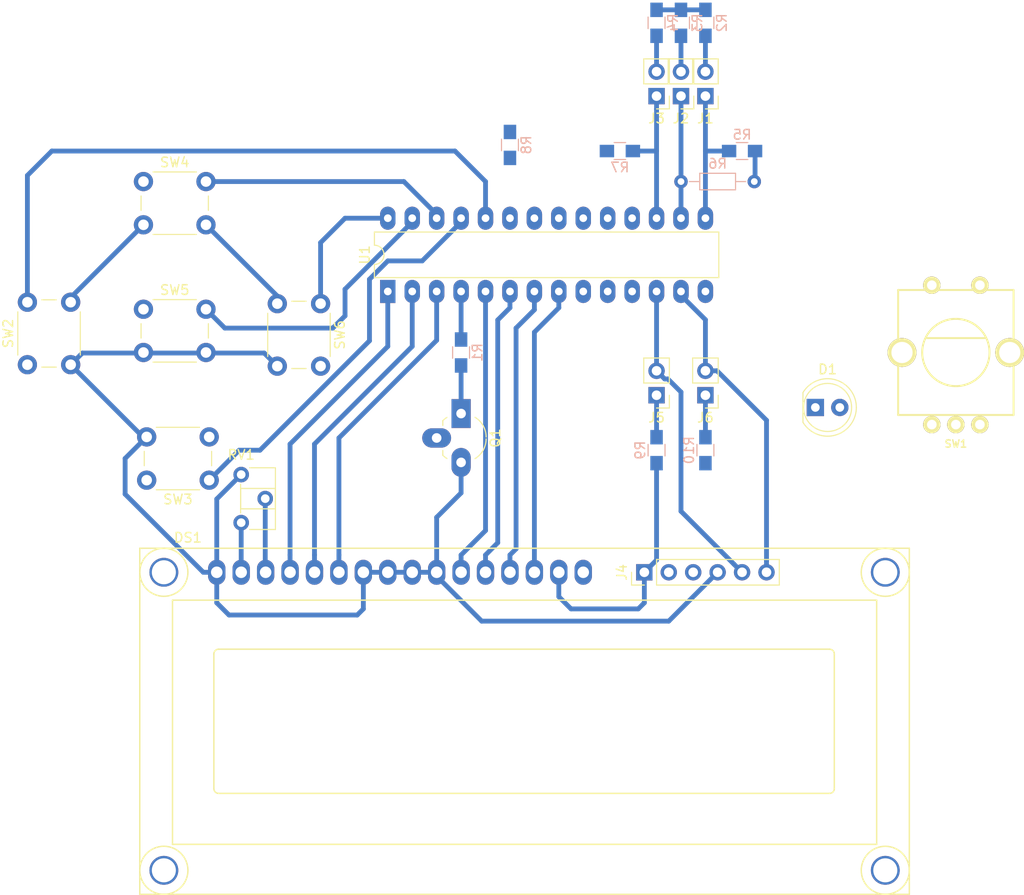
<source format=kicad_pcb>
(kicad_pcb (version 20170123) (host pcbnew no-vcs-found-1f3fe6f~58~ubuntu16.04.1)

  (general
    (links 76)
    (no_connects 35)
    (area 74.3125 93.744999 181.49 187.647601)
    (thickness 1.6)
    (drawings 0)
    (tracks 125)
    (zones 0)
    (modules 27)
    (nets 35)
  )

  (page A4)
  (layers
    (0 F.Cu signal)
    (31 B.Cu signal)
    (32 B.Adhes user)
    (33 F.Adhes user)
    (34 B.Paste user)
    (35 F.Paste user)
    (36 B.SilkS user)
    (37 F.SilkS user)
    (38 B.Mask user)
    (39 F.Mask user)
    (40 Dwgs.User user)
    (41 Cmts.User user)
    (42 Eco1.User user)
    (43 Eco2.User user)
    (44 Edge.Cuts user)
    (45 Margin user)
    (46 B.CrtYd user)
    (47 F.CrtYd user)
    (48 B.Fab user)
    (49 F.Fab user)
  )

  (setup
    (last_trace_width 0.5)
    (trace_clearance 0.4)
    (zone_clearance 0.508)
    (zone_45_only no)
    (trace_min 0.4)
    (segment_width 0.2)
    (edge_width 0.15)
    (via_size 1.2)
    (via_drill 0.8)
    (via_min_size 0.8)
    (via_min_drill 0.8)
    (uvia_size 1.2)
    (uvia_drill 0.8)
    (uvias_allowed no)
    (uvia_min_size 0.2)
    (uvia_min_drill 0.1)
    (pcb_text_width 0.3)
    (pcb_text_size 1.5 1.5)
    (mod_edge_width 0.15)
    (mod_text_size 1 1)
    (mod_text_width 0.15)
    (pad_size 1.524 1.524)
    (pad_drill 0.762)
    (pad_to_mask_clearance 0.2)
    (aux_axis_origin 0 0)
    (visible_elements 7FFFFFFF)
    (pcbplotparams
      (layerselection 0x00030_ffffffff)
      (usegerberextensions false)
      (excludeedgelayer true)
      (linewidth 0.100000)
      (plotframeref false)
      (viasonmask false)
      (mode 1)
      (useauxorigin false)
      (hpglpennumber 1)
      (hpglpenspeed 20)
      (hpglpendiameter 15)
      (psnegative false)
      (psa4output false)
      (plotreference true)
      (plotvalue true)
      (plotinvisibletext false)
      (padsonsilk false)
      (subtractmaskfromsilk false)
      (outputformat 1)
      (mirror false)
      (drillshape 1)
      (scaleselection 1)
      (outputdirectory ""))
  )

  (net 0 "")
  (net 1 VCC)
  (net 2 "Net-(D1-Pad1)")
  (net 3 GND)
  (net 4 "Net-(J1-Pad2)")
  (net 5 "Net-(SW2-Pad1)")
  (net 6 "Net-(SW3-Pad1)")
  (net 7 "Net-(SW4-Pad1)")
  (net 8 "Net-(SW5-Pad1)")
  (net 9 "Net-(SW6-Pad1)")
  (net 10 "Net-(SW1-Pad4)")
  (net 11 "Net-(SW1-Pad3)")
  (net 12 "Net-(SW1-Pad1)")
  (net 13 "Net-(DS1-Pad16)")
  (net 14 L_D7)
  (net 15 L_D6)
  (net 16 L_D5)
  (net 17 L_D4)
  (net 18 L_D2)
  (net 19 L_D1)
  (net 20 L_D0)
  (net 21 "Net-(DS1-Pad3)")
  (net 22 "Net-(J1-Pad1)")
  (net 23 "Net-(J2-Pad1)")
  (net 24 "Net-(J2-Pad2)")
  (net 25 "Net-(J3-Pad2)")
  (net 26 "Net-(J3-Pad1)")
  (net 27 SDA)
  (net 28 SCL)
  (net 29 "Net-(J4-Pad3)")
  (net 30 "Net-(J4-Pad2)")
  (net 31 "Net-(J5-Pad1)")
  (net 32 "Net-(J6-Pad1)")
  (net 33 "Net-(Q1-Pad1)")
  (net 34 L_D3)

  (net_class Default "This is the default net class."
    (clearance 0.4)
    (trace_width 0.5)
    (via_dia 1.2)
    (via_drill 0.8)
    (uvia_dia 1.2)
    (uvia_drill 0.8)
    (diff_pair_gap 0.5)
    (diff_pair_width 0.4)
    (add_net GND)
    (add_net L_D0)
    (add_net L_D1)
    (add_net L_D2)
    (add_net L_D3)
    (add_net L_D4)
    (add_net L_D5)
    (add_net L_D6)
    (add_net L_D7)
    (add_net "Net-(D1-Pad1)")
    (add_net "Net-(DS1-Pad16)")
    (add_net "Net-(DS1-Pad3)")
    (add_net "Net-(J1-Pad1)")
    (add_net "Net-(J1-Pad2)")
    (add_net "Net-(J2-Pad1)")
    (add_net "Net-(J2-Pad2)")
    (add_net "Net-(J3-Pad1)")
    (add_net "Net-(J3-Pad2)")
    (add_net "Net-(J4-Pad2)")
    (add_net "Net-(J4-Pad3)")
    (add_net "Net-(J5-Pad1)")
    (add_net "Net-(J6-Pad1)")
    (add_net "Net-(Q1-Pad1)")
    (add_net "Net-(SW1-Pad1)")
    (add_net "Net-(SW1-Pad3)")
    (add_net "Net-(SW1-Pad4)")
    (add_net "Net-(SW2-Pad1)")
    (add_net "Net-(SW3-Pad1)")
    (add_net "Net-(SW4-Pad1)")
    (add_net "Net-(SW5-Pad1)")
    (add_net "Net-(SW6-Pad1)")
    (add_net SCL)
    (add_net SDA)
    (add_net VCC)
  )

  (module Potentiometers:Potentiometer_Trimmer_ACP_CA6h_Vertical (layer F.Cu) (tedit 58826B0A) (tstamp 58F016B4)
    (at 99.695 143.51)
    (descr "Potentiometer, vertically mounted, Omeg PC16PU, Omeg PC16PU, Omeg PC16PU, Vishay/Spectrol 248GJ/249GJ Single, Vishay/Spectrol 248GJ/249GJ Single, Vishay/Spectrol 248GJ/249GJ Single, Vishay/Spectrol 248GH/249GH Single, Vishay/Spectrol 148/149 Single, Vishay/Spectrol 148/149 Single, Vishay/Spectrol 148/149 Single, Vishay/Spectrol 148A/149A Single with mounting plates, Vishay/Spectrol 148/149 Double, Vishay/Spectrol 148A/149A Double with mounting plates, Piher PC-16 Single, Piher PC-16 Single, Piher PC-16 Single, Piher PC-16SV Single, Piher PC-16 Double, Piher PC-16 Triple, Piher T16H Single, Piher T16L Single, Piher T16H Double, Alps RK163 Single, Alps RK163 Double, Alps RK097 Single, Alps RK097 Double, Bourns PTV09A-2 Single with mounting sleve Single, Bourns PTV09A-1 with mounting sleve Single, Bourns PRS11S Single, Alps RK09K Single with mounting sleve Single, Alps RK09K with mounting sleve Single, Alps RK09L Single, Alps RK09L Single, Alps RK09L Double, Alps RK09L Double, Alps RK09Y Single, Bourns 3339S Single, Bourns 3339S Single, Bourns 3339P Single, Bourns 3339H Single, Vishay T7YA Single, Suntan TSR-3386H Single, Suntan TSR-3386H Single, Suntan TSR-3386P Single, Vishay T73XX Single, Vishay T73XX Single, Vishay T73YP Single, Piher PT-6h Single, Piher PT-6v Single, Piher PT-6v Single, Piher PT-10h2.5 Single, Piher PT-10h5 Single, Piher PT-101h3.8 Single, Piher PT-10v10 Single, Piher PT-10v10 Single, Piher PT-10v5 Single, Piher PT-15h5 Single, Piher PT-15h2.5 Single, Piher PT-15B Single, Piher PT-15hc5 Single, Piher PT-15v12.5 Single, Piher PT-15v12.5 Single, Piher PT-15v15 Single, Piher PT-15v15 Single, ACP CA6h Single, http://www.acptechnologies.com/wp-content/uploads/2016/12/ACP-CAT%C3%81LOGO-ENTERO-2016.pdf")
    (tags "Potentiometer vertical  Omeg PC16PU  Omeg PC16PU  Omeg PC16PU  Vishay/Spectrol 248GJ/249GJ Single  Vishay/Spectrol 248GJ/249GJ Single  Vishay/Spectrol 248GJ/249GJ Single  Vishay/Spectrol 248GH/249GH Single  Vishay/Spectrol 148/149 Single  Vishay/Spectrol 148/149 Single  Vishay/Spectrol 148/149 Single  Vishay/Spectrol 148A/149A Single with mounting plates  Vishay/Spectrol 148/149 Double  Vishay/Spectrol 148A/149A Double with mounting plates  Piher PC-16 Single  Piher PC-16 Single  Piher PC-16 Single  Piher PC-16SV Single  Piher PC-16 Double  Piher PC-16 Triple  Piher T16H Single  Piher T16L Single  Piher T16H Double  Alps RK163 Single  Alps RK163 Double  Alps RK097 Single  Alps RK097 Double  Bourns PTV09A-2 Single with mounting sleve Single  Bourns PTV09A-1 with mounting sleve Single  Bourns PRS11S Single  Alps RK09K Single with mounting sleve Single  Alps RK09K with mounting sleve Single  Alps RK09L Single  Alps RK09L Single  Alps RK09L Double  Alps RK09L Double  Alps RK09Y Single  Bourns 3339S Single  Bourns 3339S Single  Bourns 3339P Single  Bourns 3339H Single  Vishay T7YA Single  Suntan TSR-3386H Single  Suntan TSR-3386H Single  Suntan TSR-3386P Single  Vishay T73XX Single  Vishay T73XX Single  Vishay T73YP Single  Piher PT-6h Single  Piher PT-6v Single  Piher PT-6v Single  Piher PT-10h2.5 Single  Piher PT-10h5 Single  Piher PT-101h3.8 Single  Piher PT-10v10 Single  Piher PT-10v10 Single  Piher PT-10v5 Single  Piher PT-15h5 Single  Piher PT-15h2.5 Single  Piher PT-15B Single  Piher PT-15hc5 Single  Piher PT-15v12.5 Single  Piher PT-15v12.5 Single  Piher PT-15v15 Single  Piher PT-15v15 Single  ACP CA6h Single")
    (path /58ED8E4E)
    (fp_text reference RV1 (at 0 -2.06) (layer F.SilkS)
      (effects (font (size 1 1) (thickness 0.15)))
    )
    (fp_text value POT (at 0 7.06) (layer F.Fab)
      (effects (font (size 1 1) (thickness 0.15)))
    )
    (fp_line (start 3.75 -1.1) (end -1.1 -1.1) (layer F.CrtYd) (width 0.05))
    (fp_line (start 3.75 6.1) (end 3.75 -1.1) (layer F.CrtYd) (width 0.05))
    (fp_line (start -1.1 6.1) (end 3.75 6.1) (layer F.CrtYd) (width 0.05))
    (fp_line (start -1.1 -1.1) (end -1.1 6.1) (layer F.CrtYd) (width 0.05))
    (fp_line (start 3.56 1.44) (end 3.56 3.56) (layer F.SilkS) (width 0.12))
    (fp_line (start -0.061 1.44) (end -0.061 3.56) (layer F.SilkS) (width 0.12))
    (fp_line (start -0.061 3.56) (end 3.56 3.56) (layer F.SilkS) (width 0.12))
    (fp_line (start -0.061 1.44) (end 3.56 1.44) (layer F.SilkS) (width 0.12))
    (fp_line (start -0.061 1.005) (end -0.061 3.996) (layer F.SilkS) (width 0.12))
    (fp_line (start 3.56 -0.71) (end 3.56 5.71) (layer F.SilkS) (width 0.12))
    (fp_line (start 0.873 5.71) (end 3.56 5.71) (layer F.SilkS) (width 0.12))
    (fp_line (start 0.873 -0.71) (end 3.56 -0.71) (layer F.SilkS) (width 0.12))
    (fp_line (start 3.5 1.5) (end 0 1.5) (layer F.Fab) (width 0.1))
    (fp_line (start 3.5 3.5) (end 3.5 1.5) (layer F.Fab) (width 0.1))
    (fp_line (start 0 3.5) (end 3.5 3.5) (layer F.Fab) (width 0.1))
    (fp_line (start 0 1.5) (end 0 3.5) (layer F.Fab) (width 0.1))
    (fp_line (start 0 -0.65) (end 3.5 -0.65) (layer F.Fab) (width 0.1))
    (fp_line (start 0 5.65) (end 0 -0.65) (layer F.Fab) (width 0.1))
    (fp_line (start 3.5 5.65) (end 0 5.65) (layer F.Fab) (width 0.1))
    (fp_line (start 3.5 -0.65) (end 3.5 5.65) (layer F.Fab) (width 0.1))
    (pad 1 thru_hole circle (at 0 0) (size 1.62 1.62) (drill 0.9) (layers *.Cu *.Mask)
      (net 3 GND))
    (pad 2 thru_hole circle (at 2.5 2.5) (size 1.62 1.62) (drill 0.9) (layers *.Cu *.Mask)
      (net 21 "Net-(DS1-Pad3)"))
    (pad 3 thru_hole circle (at 0 5) (size 1.62 1.62) (drill 0.9) (layers *.Cu *.Mask)
      (net 1 VCC))
    (model Potentiometers.3dshapes/Potentiometer_Trimmer_ACP_CA6h_Vertical.wrl
      (at (xyz 0 0 0))
      (scale (xyz 0.393701 0.393701 0.393701))
      (rotate (xyz 0 0 0))
    )
  )

  (module Buttons_Switches_THT:SW_PUSH_6mm_h7.3mm (layer F.Cu) (tedit 58134DFD) (tstamp 58F0175B)
    (at 107.95 125.73 270)
    (descr "tactile push button, 6x6mm e.g. PHAP33xx series, height=7.3mm")
    (tags "tact sw push 6mm")
    (path /58EA88DE)
    (fp_text reference SW6 (at 3.25 -2 270) (layer F.SilkS)
      (effects (font (size 1 1) (thickness 0.15)))
    )
    (fp_text value SW_Push (at 3.75 6.7 270) (layer F.Fab)
      (effects (font (size 1 1) (thickness 0.15)))
    )
    (fp_circle (center 3.25 2.25) (end 1.25 2.5) (layer F.Fab) (width 0.1))
    (fp_line (start 6.75 3) (end 6.75 1.5) (layer F.SilkS) (width 0.12))
    (fp_line (start 5.5 -1) (end 1 -1) (layer F.SilkS) (width 0.12))
    (fp_line (start -0.25 1.5) (end -0.25 3) (layer F.SilkS) (width 0.12))
    (fp_line (start 1 5.5) (end 5.5 5.5) (layer F.SilkS) (width 0.12))
    (fp_line (start 8 -1.25) (end 8 5.75) (layer F.CrtYd) (width 0.05))
    (fp_line (start 7.75 6) (end -1.25 6) (layer F.CrtYd) (width 0.05))
    (fp_line (start -1.5 5.75) (end -1.5 -1.25) (layer F.CrtYd) (width 0.05))
    (fp_line (start -1.25 -1.5) (end 7.75 -1.5) (layer F.CrtYd) (width 0.05))
    (fp_line (start -1.5 6) (end -1.25 6) (layer F.CrtYd) (width 0.05))
    (fp_line (start -1.5 5.75) (end -1.5 6) (layer F.CrtYd) (width 0.05))
    (fp_line (start -1.5 -1.5) (end -1.25 -1.5) (layer F.CrtYd) (width 0.05))
    (fp_line (start -1.5 -1.25) (end -1.5 -1.5) (layer F.CrtYd) (width 0.05))
    (fp_line (start 8 -1.5) (end 8 -1.25) (layer F.CrtYd) (width 0.05))
    (fp_line (start 7.75 -1.5) (end 8 -1.5) (layer F.CrtYd) (width 0.05))
    (fp_line (start 8 6) (end 8 5.75) (layer F.CrtYd) (width 0.05))
    (fp_line (start 7.75 6) (end 8 6) (layer F.CrtYd) (width 0.05))
    (fp_line (start 0.25 -0.75) (end 3.25 -0.75) (layer F.Fab) (width 0.1))
    (fp_line (start 0.25 5.25) (end 0.25 -0.75) (layer F.Fab) (width 0.1))
    (fp_line (start 6.25 5.25) (end 0.25 5.25) (layer F.Fab) (width 0.1))
    (fp_line (start 6.25 -0.75) (end 6.25 5.25) (layer F.Fab) (width 0.1))
    (fp_line (start 3.25 -0.75) (end 6.25 -0.75) (layer F.Fab) (width 0.1))
    (pad 1 thru_hole circle (at 6.5 0) (size 2 2) (drill 1.1) (layers *.Cu *.Mask)
      (net 9 "Net-(SW6-Pad1)"))
    (pad 2 thru_hole circle (at 6.5 4.5) (size 2 2) (drill 1.1) (layers *.Cu *.Mask)
      (net 3 GND))
    (pad 1 thru_hole circle (at 0 0) (size 2 2) (drill 1.1) (layers *.Cu *.Mask)
      (net 9 "Net-(SW6-Pad1)"))
    (pad 2 thru_hole circle (at 0 4.5) (size 2 2) (drill 1.1) (layers *.Cu *.Mask)
      (net 3 GND))
    (model Buttons_Switches_THT.3dshapes/SW_PUSH_6mm_h7.3mm.wrl
      (at (xyz 0.005 0 0))
      (scale (xyz 0.3937 0.3937 0.3937))
      (rotate (xyz 0 0 0))
    )
  )

  (module LEDs:LED_D5.0mm (layer F.Cu) (tedit 587A3A7B) (tstamp 58F0151C)
    (at 159.385 136.525)
    (descr "LED, diameter 5.0mm, 2 pins, http://cdn-reichelt.de/documents/datenblatt/A500/LL-504BC2E-009.pdf")
    (tags "LED diameter 5.0mm 2 pins")
    (path /58EA8DA5)
    (fp_text reference D1 (at 1.27 -3.96) (layer F.SilkS)
      (effects (font (size 1 1) (thickness 0.15)))
    )
    (fp_text value LED (at 1.27 3.96) (layer F.Fab)
      (effects (font (size 1 1) (thickness 0.15)))
    )
    (fp_line (start 4.5 -3.25) (end -1.95 -3.25) (layer F.CrtYd) (width 0.05))
    (fp_line (start 4.5 3.25) (end 4.5 -3.25) (layer F.CrtYd) (width 0.05))
    (fp_line (start -1.95 3.25) (end 4.5 3.25) (layer F.CrtYd) (width 0.05))
    (fp_line (start -1.95 -3.25) (end -1.95 3.25) (layer F.CrtYd) (width 0.05))
    (fp_line (start -1.29 -1.545) (end -1.29 1.545) (layer F.SilkS) (width 0.12))
    (fp_line (start -1.23 -1.469694) (end -1.23 1.469694) (layer F.Fab) (width 0.1))
    (fp_circle (center 1.27 0) (end 3.77 0) (layer F.SilkS) (width 0.12))
    (fp_circle (center 1.27 0) (end 3.77 0) (layer F.Fab) (width 0.1))
    (fp_arc (start 1.27 0) (end -1.29 1.54483) (angle -148.9) (layer F.SilkS) (width 0.12))
    (fp_arc (start 1.27 0) (end -1.29 -1.54483) (angle 148.9) (layer F.SilkS) (width 0.12))
    (fp_arc (start 1.27 0) (end -1.23 -1.469694) (angle 299.1) (layer F.Fab) (width 0.1))
    (pad 2 thru_hole circle (at 2.54 0) (size 1.8 1.8) (drill 0.9) (layers *.Cu *.Mask)
      (net 1 VCC))
    (pad 1 thru_hole rect (at 0 0) (size 1.8 1.8) (drill 0.9) (layers *.Cu *.Mask)
      (net 2 "Net-(D1-Pad1)"))
    (model LEDs.3dshapes/LED_D5.0mm.wrl
      (at (xyz 0 0 0))
      (scale (xyz 0.393701 0.393701 0.393701))
      (rotate (xyz 0 0 0))
    )
  )

  (module Displays:WC1602A (layer F.Cu) (tedit 0) (tstamp 58F01548)
    (at 97.155 153.67)
    (descr http://www.kamami.pl/dl/wc1602a0.pdf)
    (tags "LCD 16x2 Alphanumeric 16pin")
    (path /58ED3CD5)
    (fp_text reference DS1 (at -2.99974 -3.59918) (layer F.SilkS)
      (effects (font (size 1 1) (thickness 0.15)))
    )
    (fp_text value LCD16X2 (at 31.99892 15.49908) (layer F.Fab)
      (effects (font (size 1 1) (thickness 0.15)))
    )
    (fp_line (start -8.001 33.50006) (end -8.001 -2.49936) (layer F.SilkS) (width 0.15))
    (fp_line (start 71.99884 33.50006) (end -8.001 33.50006) (layer F.SilkS) (width 0.15))
    (fp_line (start 71.99884 -2.49936) (end 71.99884 33.50006) (layer F.SilkS) (width 0.15))
    (fp_line (start -8.001 -2.49936) (end 71.99884 -2.49936) (layer F.SilkS) (width 0.15))
    (fp_circle (center -5.4991 0) (end -2.99974 0) (layer F.SilkS) (width 0.15))
    (fp_circle (center -5.4991 31.0007) (end -8.001 31.0007) (layer F.SilkS) (width 0.15))
    (fp_circle (center 69.49948 31.0007) (end 71.99884 31.0007) (layer F.SilkS) (width 0.15))
    (fp_circle (center 69.49948 0) (end 71.99884 0) (layer F.SilkS) (width 0.15))
    (fp_line (start -4.59994 28.30068) (end -4.59994 2.90068) (layer F.SilkS) (width 0.15))
    (fp_line (start 68.60032 28.30068) (end -4.59994 28.30068) (layer F.SilkS) (width 0.15))
    (fp_line (start 68.60032 2.90068) (end 68.60032 28.30068) (layer F.SilkS) (width 0.15))
    (fp_line (start -4.59994 2.90068) (end 68.60032 2.90068) (layer F.SilkS) (width 0.15))
    (fp_arc (start 0.20066 8.49884) (end -0.29972 8.49884) (angle 90) (layer F.SilkS) (width 0.15))
    (fp_arc (start 0.20066 22.49932) (end 0.20066 22.9997) (angle 90) (layer F.SilkS) (width 0.15))
    (fp_arc (start 63.70066 22.49932) (end 64.20104 22.49932) (angle 90) (layer F.SilkS) (width 0.15))
    (fp_arc (start 63.70066 8.49884) (end 63.70066 8.001) (angle 90) (layer F.SilkS) (width 0.15))
    (fp_line (start 64.20104 8.49884) (end 64.20104 22.49932) (layer F.SilkS) (width 0.15))
    (fp_line (start 63.70066 22.9997) (end 0.20066 22.9997) (layer F.SilkS) (width 0.15))
    (fp_line (start -0.29972 22.49932) (end -0.29972 8.49884) (layer F.SilkS) (width 0.15))
    (fp_line (start 0.20066 8.001) (end 63.70066 8.001) (layer F.SilkS) (width 0.15))
    (pad 0 thru_hole circle (at 69.49948 0) (size 3 3) (drill 2.5) (layers *.Cu *.Mask))
    (pad 0 thru_hole circle (at 69.49948 31.0007) (size 3 3) (drill 2.5) (layers *.Cu *.Mask))
    (pad 0 thru_hole circle (at -5.4991 31.0007) (size 3 3) (drill 2.5) (layers *.Cu *.Mask))
    (pad 0 thru_hole circle (at -5.4991 0) (size 3 3) (drill 2.5) (layers *.Cu *.Mask))
    (pad 16 thru_hole oval (at 38.1 0) (size 1.8 2.6) (drill 1.2) (layers *.Cu *.Mask)
      (net 13 "Net-(DS1-Pad16)"))
    (pad 15 thru_hole oval (at 35.56 0) (size 1.8 2.6) (drill 1.2) (layers *.Cu *.Mask)
      (net 1 VCC))
    (pad 14 thru_hole oval (at 33.02 0) (size 1.8 2.6) (drill 1.2) (layers *.Cu *.Mask)
      (net 14 L_D7))
    (pad 13 thru_hole oval (at 30.48 0) (size 1.8 2.6) (drill 1.2) (layers *.Cu *.Mask)
      (net 15 L_D6))
    (pad 12 thru_hole oval (at 27.94 0) (size 1.8 2.6) (drill 1.2) (layers *.Cu *.Mask)
      (net 16 L_D5))
    (pad 11 thru_hole oval (at 25.4 0) (size 1.8 2.6) (drill 1.2) (layers *.Cu *.Mask)
      (net 17 L_D4))
    (pad 10 thru_hole oval (at 22.86 0) (size 1.8 2.6) (drill 1.2) (layers *.Cu *.Mask)
      (net 3 GND))
    (pad 9 thru_hole oval (at 20.32 0) (size 1.8 2.6) (drill 1.2) (layers *.Cu *.Mask)
      (net 3 GND))
    (pad 8 thru_hole oval (at 17.78 0) (size 1.8 2.6) (drill 1.2) (layers *.Cu *.Mask)
      (net 3 GND))
    (pad 7 thru_hole oval (at 15.24 0) (size 1.8 2.6) (drill 1.2) (layers *.Cu *.Mask)
      (net 3 GND))
    (pad 6 thru_hole oval (at 12.7 0) (size 1.8 2.6) (drill 1.2) (layers *.Cu *.Mask)
      (net 18 L_D2))
    (pad 5 thru_hole oval (at 10.16 0) (size 1.8 2.6) (drill 1.2) (layers *.Cu *.Mask)
      (net 19 L_D1))
    (pad 4 thru_hole oval (at 7.62 0) (size 1.8 2.6) (drill 1.2) (layers *.Cu *.Mask)
      (net 20 L_D0))
    (pad 3 thru_hole oval (at 5.08 0) (size 1.8 2.6) (drill 1.2) (layers *.Cu *.Mask)
      (net 21 "Net-(DS1-Pad3)"))
    (pad 2 thru_hole oval (at 2.54 0) (size 1.8 2.6) (drill 1.2) (layers *.Cu *.Mask)
      (net 1 VCC))
    (pad 1 thru_hole oval (at 0 0) (size 1.8 2.6) (drill 1.2) (layers *.Cu *.Mask)
      (net 3 GND))
  )

  (module Pin_Headers:Pin_Header_Straight_1x02_Pitch2.54mm (layer F.Cu) (tedit 58CD4EC1) (tstamp 58F0155D)
    (at 147.955 104.14 180)
    (descr "Through hole straight pin header, 1x02, 2.54mm pitch, single row")
    (tags "Through hole pin header THT 1x02 2.54mm single row")
    (path /58EE9875)
    (fp_text reference J1 (at 0 -2.33 180) (layer F.SilkS)
      (effects (font (size 1 1) (thickness 0.15)))
    )
    (fp_text value CONN_02X01 (at 0 4.87 180) (layer F.Fab)
      (effects (font (size 1 1) (thickness 0.15)))
    )
    (fp_text user %R (at 0 -2.33 180) (layer F.Fab)
      (effects (font (size 1 1) (thickness 0.15)))
    )
    (fp_line (start 1.8 -1.8) (end -1.8 -1.8) (layer F.CrtYd) (width 0.05))
    (fp_line (start 1.8 4.35) (end 1.8 -1.8) (layer F.CrtYd) (width 0.05))
    (fp_line (start -1.8 4.35) (end 1.8 4.35) (layer F.CrtYd) (width 0.05))
    (fp_line (start -1.8 -1.8) (end -1.8 4.35) (layer F.CrtYd) (width 0.05))
    (fp_line (start -1.33 -1.33) (end 0 -1.33) (layer F.SilkS) (width 0.12))
    (fp_line (start -1.33 0) (end -1.33 -1.33) (layer F.SilkS) (width 0.12))
    (fp_line (start 1.33 1.27) (end -1.33 1.27) (layer F.SilkS) (width 0.12))
    (fp_line (start 1.33 3.87) (end 1.33 1.27) (layer F.SilkS) (width 0.12))
    (fp_line (start -1.33 3.87) (end 1.33 3.87) (layer F.SilkS) (width 0.12))
    (fp_line (start -1.33 1.27) (end -1.33 3.87) (layer F.SilkS) (width 0.12))
    (fp_line (start 1.27 -1.27) (end -1.27 -1.27) (layer F.Fab) (width 0.1))
    (fp_line (start 1.27 3.81) (end 1.27 -1.27) (layer F.Fab) (width 0.1))
    (fp_line (start -1.27 3.81) (end 1.27 3.81) (layer F.Fab) (width 0.1))
    (fp_line (start -1.27 -1.27) (end -1.27 3.81) (layer F.Fab) (width 0.1))
    (pad 2 thru_hole oval (at 0 2.54 180) (size 1.7 1.7) (drill 1) (layers *.Cu *.Mask)
      (net 4 "Net-(J1-Pad2)"))
    (pad 1 thru_hole rect (at 0 0 180) (size 1.7 1.7) (drill 1) (layers *.Cu *.Mask)
      (net 22 "Net-(J1-Pad1)"))
    (model ${KISYS3DMOD}/Pin_Headers.3dshapes/Pin_Header_Straight_1x02_Pitch2.54mm.wrl
      (at (xyz 0 -0.05 0))
      (scale (xyz 1 1 1))
      (rotate (xyz 0 0 90))
    )
  )

  (module Pin_Headers:Pin_Header_Straight_1x02_Pitch2.54mm (layer F.Cu) (tedit 58CD4EC1) (tstamp 58F01572)
    (at 145.415 104.14 180)
    (descr "Through hole straight pin header, 1x02, 2.54mm pitch, single row")
    (tags "Through hole pin header THT 1x02 2.54mm single row")
    (path /58EE9AE3)
    (fp_text reference J2 (at 0 -2.33 180) (layer F.SilkS)
      (effects (font (size 1 1) (thickness 0.15)))
    )
    (fp_text value CONN_02X01 (at 0 4.87 180) (layer F.Fab)
      (effects (font (size 1 1) (thickness 0.15)))
    )
    (fp_line (start -1.27 -1.27) (end -1.27 3.81) (layer F.Fab) (width 0.1))
    (fp_line (start -1.27 3.81) (end 1.27 3.81) (layer F.Fab) (width 0.1))
    (fp_line (start 1.27 3.81) (end 1.27 -1.27) (layer F.Fab) (width 0.1))
    (fp_line (start 1.27 -1.27) (end -1.27 -1.27) (layer F.Fab) (width 0.1))
    (fp_line (start -1.33 1.27) (end -1.33 3.87) (layer F.SilkS) (width 0.12))
    (fp_line (start -1.33 3.87) (end 1.33 3.87) (layer F.SilkS) (width 0.12))
    (fp_line (start 1.33 3.87) (end 1.33 1.27) (layer F.SilkS) (width 0.12))
    (fp_line (start 1.33 1.27) (end -1.33 1.27) (layer F.SilkS) (width 0.12))
    (fp_line (start -1.33 0) (end -1.33 -1.33) (layer F.SilkS) (width 0.12))
    (fp_line (start -1.33 -1.33) (end 0 -1.33) (layer F.SilkS) (width 0.12))
    (fp_line (start -1.8 -1.8) (end -1.8 4.35) (layer F.CrtYd) (width 0.05))
    (fp_line (start -1.8 4.35) (end 1.8 4.35) (layer F.CrtYd) (width 0.05))
    (fp_line (start 1.8 4.35) (end 1.8 -1.8) (layer F.CrtYd) (width 0.05))
    (fp_line (start 1.8 -1.8) (end -1.8 -1.8) (layer F.CrtYd) (width 0.05))
    (fp_text user %R (at 0 -2.33 180) (layer F.Fab)
      (effects (font (size 1 1) (thickness 0.15)))
    )
    (pad 1 thru_hole rect (at 0 0 180) (size 1.7 1.7) (drill 1) (layers *.Cu *.Mask)
      (net 23 "Net-(J2-Pad1)"))
    (pad 2 thru_hole oval (at 0 2.54 180) (size 1.7 1.7) (drill 1) (layers *.Cu *.Mask)
      (net 24 "Net-(J2-Pad2)"))
    (model ${KISYS3DMOD}/Pin_Headers.3dshapes/Pin_Header_Straight_1x02_Pitch2.54mm.wrl
      (at (xyz 0 -0.05 0))
      (scale (xyz 1 1 1))
      (rotate (xyz 0 0 90))
    )
  )

  (module Pin_Headers:Pin_Header_Straight_1x02_Pitch2.54mm (layer F.Cu) (tedit 58CD4EC1) (tstamp 58F01587)
    (at 142.875 104.14 180)
    (descr "Through hole straight pin header, 1x02, 2.54mm pitch, single row")
    (tags "Through hole pin header THT 1x02 2.54mm single row")
    (path /58EE9B3B)
    (fp_text reference J3 (at 0 -2.33 180) (layer F.SilkS)
      (effects (font (size 1 1) (thickness 0.15)))
    )
    (fp_text value CONN_02X01 (at 0 4.87 180) (layer F.Fab)
      (effects (font (size 1 1) (thickness 0.15)))
    )
    (fp_text user %R (at 0 -2.33 180) (layer F.Fab)
      (effects (font (size 1 1) (thickness 0.15)))
    )
    (fp_line (start 1.8 -1.8) (end -1.8 -1.8) (layer F.CrtYd) (width 0.05))
    (fp_line (start 1.8 4.35) (end 1.8 -1.8) (layer F.CrtYd) (width 0.05))
    (fp_line (start -1.8 4.35) (end 1.8 4.35) (layer F.CrtYd) (width 0.05))
    (fp_line (start -1.8 -1.8) (end -1.8 4.35) (layer F.CrtYd) (width 0.05))
    (fp_line (start -1.33 -1.33) (end 0 -1.33) (layer F.SilkS) (width 0.12))
    (fp_line (start -1.33 0) (end -1.33 -1.33) (layer F.SilkS) (width 0.12))
    (fp_line (start 1.33 1.27) (end -1.33 1.27) (layer F.SilkS) (width 0.12))
    (fp_line (start 1.33 3.87) (end 1.33 1.27) (layer F.SilkS) (width 0.12))
    (fp_line (start -1.33 3.87) (end 1.33 3.87) (layer F.SilkS) (width 0.12))
    (fp_line (start -1.33 1.27) (end -1.33 3.87) (layer F.SilkS) (width 0.12))
    (fp_line (start 1.27 -1.27) (end -1.27 -1.27) (layer F.Fab) (width 0.1))
    (fp_line (start 1.27 3.81) (end 1.27 -1.27) (layer F.Fab) (width 0.1))
    (fp_line (start -1.27 3.81) (end 1.27 3.81) (layer F.Fab) (width 0.1))
    (fp_line (start -1.27 -1.27) (end -1.27 3.81) (layer F.Fab) (width 0.1))
    (pad 2 thru_hole oval (at 0 2.54 180) (size 1.7 1.7) (drill 1) (layers *.Cu *.Mask)
      (net 25 "Net-(J3-Pad2)"))
    (pad 1 thru_hole rect (at 0 0 180) (size 1.7 1.7) (drill 1) (layers *.Cu *.Mask)
      (net 26 "Net-(J3-Pad1)"))
    (model ${KISYS3DMOD}/Pin_Headers.3dshapes/Pin_Header_Straight_1x02_Pitch2.54mm.wrl
      (at (xyz 0 -0.05 0))
      (scale (xyz 1 1 1))
      (rotate (xyz 0 0 90))
    )
  )

  (module Pin_Headers:Pin_Header_Straight_1x06_Pitch2.54mm (layer F.Cu) (tedit 58CD4EC1) (tstamp 58F015A0)
    (at 141.605 153.67 90)
    (descr "Through hole straight pin header, 1x06, 2.54mm pitch, single row")
    (tags "Through hole pin header THT 1x06 2.54mm single row")
    (path /58EA93FB)
    (fp_text reference J4 (at 0 -2.33 90) (layer F.SilkS)
      (effects (font (size 1 1) (thickness 0.15)))
    )
    (fp_text value CONN_01X06 (at 0 15.03 90) (layer F.Fab)
      (effects (font (size 1 1) (thickness 0.15)))
    )
    (fp_text user %R (at 0 -2.33 90) (layer F.Fab)
      (effects (font (size 1 1) (thickness 0.15)))
    )
    (fp_line (start 1.8 -1.8) (end -1.8 -1.8) (layer F.CrtYd) (width 0.05))
    (fp_line (start 1.8 14.5) (end 1.8 -1.8) (layer F.CrtYd) (width 0.05))
    (fp_line (start -1.8 14.5) (end 1.8 14.5) (layer F.CrtYd) (width 0.05))
    (fp_line (start -1.8 -1.8) (end -1.8 14.5) (layer F.CrtYd) (width 0.05))
    (fp_line (start -1.33 -1.33) (end 0 -1.33) (layer F.SilkS) (width 0.12))
    (fp_line (start -1.33 0) (end -1.33 -1.33) (layer F.SilkS) (width 0.12))
    (fp_line (start 1.33 1.27) (end -1.33 1.27) (layer F.SilkS) (width 0.12))
    (fp_line (start 1.33 14.03) (end 1.33 1.27) (layer F.SilkS) (width 0.12))
    (fp_line (start -1.33 14.03) (end 1.33 14.03) (layer F.SilkS) (width 0.12))
    (fp_line (start -1.33 1.27) (end -1.33 14.03) (layer F.SilkS) (width 0.12))
    (fp_line (start 1.27 -1.27) (end -1.27 -1.27) (layer F.Fab) (width 0.1))
    (fp_line (start 1.27 13.97) (end 1.27 -1.27) (layer F.Fab) (width 0.1))
    (fp_line (start -1.27 13.97) (end 1.27 13.97) (layer F.Fab) (width 0.1))
    (fp_line (start -1.27 -1.27) (end -1.27 13.97) (layer F.Fab) (width 0.1))
    (pad 6 thru_hole oval (at 0 12.7 90) (size 1.7 1.7) (drill 1) (layers *.Cu *.Mask)
      (net 27 SDA))
    (pad 5 thru_hole oval (at 0 10.16 90) (size 1.7 1.7) (drill 1) (layers *.Cu *.Mask)
      (net 28 SCL))
    (pad 4 thru_hole oval (at 0 7.62 90) (size 1.7 1.7) (drill 1) (layers *.Cu *.Mask)
      (net 3 GND))
    (pad 3 thru_hole oval (at 0 5.08 90) (size 1.7 1.7) (drill 1) (layers *.Cu *.Mask)
      (net 29 "Net-(J4-Pad3)"))
    (pad 2 thru_hole oval (at 0 2.54 90) (size 1.7 1.7) (drill 1) (layers *.Cu *.Mask)
      (net 30 "Net-(J4-Pad2)"))
    (pad 1 thru_hole rect (at 0 0 90) (size 1.7 1.7) (drill 1) (layers *.Cu *.Mask)
      (net 1 VCC))
    (model ${KISYS3DMOD}/Pin_Headers.3dshapes/Pin_Header_Straight_1x06_Pitch2.54mm.wrl
      (at (xyz 0 -0.25 0))
      (scale (xyz 1 1 1))
      (rotate (xyz 0 0 90))
    )
  )

  (module Pin_Headers:Pin_Header_Straight_1x02_Pitch2.54mm (layer F.Cu) (tedit 58CD4EC1) (tstamp 58F015B5)
    (at 142.875 135.255 180)
    (descr "Through hole straight pin header, 1x02, 2.54mm pitch, single row")
    (tags "Through hole pin header THT 1x02 2.54mm single row")
    (path /58EEA071)
    (fp_text reference J5 (at 0 -2.33 180) (layer F.SilkS)
      (effects (font (size 1 1) (thickness 0.15)))
    )
    (fp_text value CONN_02X01 (at 0 4.87 180) (layer F.Fab)
      (effects (font (size 1 1) (thickness 0.15)))
    )
    (fp_line (start -1.27 -1.27) (end -1.27 3.81) (layer F.Fab) (width 0.1))
    (fp_line (start -1.27 3.81) (end 1.27 3.81) (layer F.Fab) (width 0.1))
    (fp_line (start 1.27 3.81) (end 1.27 -1.27) (layer F.Fab) (width 0.1))
    (fp_line (start 1.27 -1.27) (end -1.27 -1.27) (layer F.Fab) (width 0.1))
    (fp_line (start -1.33 1.27) (end -1.33 3.87) (layer F.SilkS) (width 0.12))
    (fp_line (start -1.33 3.87) (end 1.33 3.87) (layer F.SilkS) (width 0.12))
    (fp_line (start 1.33 3.87) (end 1.33 1.27) (layer F.SilkS) (width 0.12))
    (fp_line (start 1.33 1.27) (end -1.33 1.27) (layer F.SilkS) (width 0.12))
    (fp_line (start -1.33 0) (end -1.33 -1.33) (layer F.SilkS) (width 0.12))
    (fp_line (start -1.33 -1.33) (end 0 -1.33) (layer F.SilkS) (width 0.12))
    (fp_line (start -1.8 -1.8) (end -1.8 4.35) (layer F.CrtYd) (width 0.05))
    (fp_line (start -1.8 4.35) (end 1.8 4.35) (layer F.CrtYd) (width 0.05))
    (fp_line (start 1.8 4.35) (end 1.8 -1.8) (layer F.CrtYd) (width 0.05))
    (fp_line (start 1.8 -1.8) (end -1.8 -1.8) (layer F.CrtYd) (width 0.05))
    (fp_text user %R (at 0 -2.33 180) (layer F.Fab)
      (effects (font (size 1 1) (thickness 0.15)))
    )
    (pad 1 thru_hole rect (at 0 0 180) (size 1.7 1.7) (drill 1) (layers *.Cu *.Mask)
      (net 31 "Net-(J5-Pad1)"))
    (pad 2 thru_hole oval (at 0 2.54 180) (size 1.7 1.7) (drill 1) (layers *.Cu *.Mask)
      (net 28 SCL))
    (model ${KISYS3DMOD}/Pin_Headers.3dshapes/Pin_Header_Straight_1x02_Pitch2.54mm.wrl
      (at (xyz 0 -0.05 0))
      (scale (xyz 1 1 1))
      (rotate (xyz 0 0 90))
    )
  )

  (module Pin_Headers:Pin_Header_Straight_1x02_Pitch2.54mm (layer F.Cu) (tedit 58CD4EC1) (tstamp 58F015CA)
    (at 147.955 135.255 180)
    (descr "Through hole straight pin header, 1x02, 2.54mm pitch, single row")
    (tags "Through hole pin header THT 1x02 2.54mm single row")
    (path /58EEA1F4)
    (fp_text reference J6 (at 0 -2.33 180) (layer F.SilkS)
      (effects (font (size 1 1) (thickness 0.15)))
    )
    (fp_text value CONN_02X01 (at 0 4.87 180) (layer F.Fab)
      (effects (font (size 1 1) (thickness 0.15)))
    )
    (fp_text user %R (at 0 -2.33 180) (layer F.Fab)
      (effects (font (size 1 1) (thickness 0.15)))
    )
    (fp_line (start 1.8 -1.8) (end -1.8 -1.8) (layer F.CrtYd) (width 0.05))
    (fp_line (start 1.8 4.35) (end 1.8 -1.8) (layer F.CrtYd) (width 0.05))
    (fp_line (start -1.8 4.35) (end 1.8 4.35) (layer F.CrtYd) (width 0.05))
    (fp_line (start -1.8 -1.8) (end -1.8 4.35) (layer F.CrtYd) (width 0.05))
    (fp_line (start -1.33 -1.33) (end 0 -1.33) (layer F.SilkS) (width 0.12))
    (fp_line (start -1.33 0) (end -1.33 -1.33) (layer F.SilkS) (width 0.12))
    (fp_line (start 1.33 1.27) (end -1.33 1.27) (layer F.SilkS) (width 0.12))
    (fp_line (start 1.33 3.87) (end 1.33 1.27) (layer F.SilkS) (width 0.12))
    (fp_line (start -1.33 3.87) (end 1.33 3.87) (layer F.SilkS) (width 0.12))
    (fp_line (start -1.33 1.27) (end -1.33 3.87) (layer F.SilkS) (width 0.12))
    (fp_line (start 1.27 -1.27) (end -1.27 -1.27) (layer F.Fab) (width 0.1))
    (fp_line (start 1.27 3.81) (end 1.27 -1.27) (layer F.Fab) (width 0.1))
    (fp_line (start -1.27 3.81) (end 1.27 3.81) (layer F.Fab) (width 0.1))
    (fp_line (start -1.27 -1.27) (end -1.27 3.81) (layer F.Fab) (width 0.1))
    (pad 2 thru_hole oval (at 0 2.54 180) (size 1.7 1.7) (drill 1) (layers *.Cu *.Mask)
      (net 27 SDA))
    (pad 1 thru_hole rect (at 0 0 180) (size 1.7 1.7) (drill 1) (layers *.Cu *.Mask)
      (net 32 "Net-(J6-Pad1)"))
    (model ${KISYS3DMOD}/Pin_Headers.3dshapes/Pin_Header_Straight_1x02_Pitch2.54mm.wrl
      (at (xyz 0 -0.05 0))
      (scale (xyz 1 1 1))
      (rotate (xyz 0 0 90))
    )
  )

  (module TO_SOT_Packages_THT:TO-92_Rugged_Reverse (layer F.Cu) (tedit 58CE52AF) (tstamp 58F015E0)
    (at 122.555 137.16 270)
    (descr "TO-92 rugged, leads molded, wide, reverse, drill 1mm (see NXP sot054_po.pdf)")
    (tags "to-92 sc-43 sc-43a sot54 PA33 transistor")
    (path /58ED5F2B)
    (fp_text reference Q1 (at 2.54 -3.56 270) (layer F.SilkS)
      (effects (font (size 1 1) (thickness 0.15)))
    )
    (fp_text value Q_NPN_BCE (at 2.54 5.08 270) (layer F.Fab)
      (effects (font (size 1 1) (thickness 0.15)))
    )
    (fp_arc (start 2.54 0) (end 2.54 -2.48) (angle -135) (layer F.Fab) (width 0.1))
    (fp_arc (start 2.54 0) (end 2.54 -2.48) (angle 135) (layer F.Fab) (width 0.1))
    (fp_arc (start 2.64 0.2) (end 4.34 1.9) (angle -12.99) (layer F.SilkS) (width 0.12))
    (fp_arc (start 2.44 0.2) (end 0.74 1.9) (angle 12.99) (layer F.SilkS) (width 0.12))
    (fp_arc (start 2.64 -0.2) (end 4.69 -1.45) (angle -58.63) (layer F.SilkS) (width 0.12))
    (fp_arc (start 2.44 -0.2) (end 0.39 -1.45) (angle 58.63) (layer F.SilkS) (width 0.12))
    (fp_line (start 6.83 4.29) (end -1.75 4.29) (layer F.CrtYd) (width 0.05))
    (fp_line (start 6.83 4.29) (end 6.83 -2.73) (layer F.CrtYd) (width 0.05))
    (fp_line (start -1.75 -2.73) (end -1.75 4.29) (layer F.CrtYd) (width 0.05))
    (fp_line (start -1.75 -2.73) (end 6.83 -2.73) (layer F.CrtYd) (width 0.05))
    (fp_line (start 0.8 1.75) (end 4.3 1.75) (layer F.Fab) (width 0.1))
    (fp_line (start 0.8 1.75) (end 4.3 1.75) (layer F.Fab) (width 0.1))
    (fp_line (start 0.74 1.9) (end 1.24 1.9) (layer F.SilkS) (width 0.12))
    (fp_line (start 3.84 1.9) (end 4.34 1.9) (layer F.SilkS) (width 0.12))
    (fp_text user %R (at 2.54 -3.56 270) (layer F.Fab)
      (effects (font (size 1 1) (thickness 0.15)))
    )
    (pad 3 thru_hole oval (at 5.08 0) (size 2 3) (drill 1) (layers *.Cu *.Mask)
      (net 3 GND))
    (pad 1 thru_hole rect (at 0 0) (size 2 3) (drill 1) (layers *.Cu *.Mask)
      (net 33 "Net-(Q1-Pad1)"))
    (pad 2 thru_hole oval (at 2.54 2.54) (size 3 2) (drill 1) (layers *.Cu *.Mask)
      (net 13 "Net-(DS1-Pad16)"))
    (model ${KISYS3DMOD}/TO_SOT_Packages_THT.3dshapes/TO-92_Rugged_Reverse.wrl
      (at (xyz 0.1 0 0))
      (scale (xyz 1 1 1))
      (rotate (xyz 0 0 -90))
    )
  )

  (module Resistors_SMD:R_0805_HandSoldering (layer B.Cu) (tedit 58E0A804) (tstamp 58F015F1)
    (at 122.555 130.81 90)
    (descr "Resistor SMD 0805, hand soldering")
    (tags "resistor 0805")
    (path /58ED60AB)
    (attr smd)
    (fp_text reference R1 (at 0 1.7 90) (layer B.SilkS)
      (effects (font (size 1 1) (thickness 0.15)) (justify mirror))
    )
    (fp_text value R (at 0 -1.75 90) (layer B.Fab)
      (effects (font (size 1 1) (thickness 0.15)) (justify mirror))
    )
    (fp_text user %R (at 0 0 180) (layer B.Fab)
      (effects (font (size 0.5 0.5) (thickness 0.075)) (justify mirror))
    )
    (fp_line (start -1 -0.62) (end -1 0.62) (layer B.Fab) (width 0.1))
    (fp_line (start 1 -0.62) (end -1 -0.62) (layer B.Fab) (width 0.1))
    (fp_line (start 1 0.62) (end 1 -0.62) (layer B.Fab) (width 0.1))
    (fp_line (start -1 0.62) (end 1 0.62) (layer B.Fab) (width 0.1))
    (fp_line (start 0.6 -0.88) (end -0.6 -0.88) (layer B.SilkS) (width 0.12))
    (fp_line (start -0.6 0.88) (end 0.6 0.88) (layer B.SilkS) (width 0.12))
    (fp_line (start -2.35 0.9) (end 2.35 0.9) (layer B.CrtYd) (width 0.05))
    (fp_line (start -2.35 0.9) (end -2.35 -0.9) (layer B.CrtYd) (width 0.05))
    (fp_line (start 2.35 -0.9) (end 2.35 0.9) (layer B.CrtYd) (width 0.05))
    (fp_line (start 2.35 -0.9) (end -2.35 -0.9) (layer B.CrtYd) (width 0.05))
    (pad 1 smd rect (at -1.35 0 90) (size 1.5 1.3) (layers B.Cu B.Paste B.Mask)
      (net 33 "Net-(Q1-Pad1)"))
    (pad 2 smd rect (at 1.35 0 90) (size 1.5 1.3) (layers B.Cu B.Paste B.Mask)
      (net 34 L_D3))
    (model ${KISYS3DMOD}/Resistors_SMD.3dshapes/R_0805.wrl
      (at (xyz 0 0 0))
      (scale (xyz 1 1 1))
      (rotate (xyz 0 0 0))
    )
  )

  (module Resistors_SMD:R_0805_HandSoldering (layer B.Cu) (tedit 58E0A804) (tstamp 58F01644)
    (at 151.765 109.855 180)
    (descr "Resistor SMD 0805, hand soldering")
    (tags "resistor 0805")
    (path /58ED6B8A)
    (attr smd)
    (fp_text reference R5 (at 0 1.7 180) (layer B.SilkS)
      (effects (font (size 1 1) (thickness 0.15)) (justify mirror))
    )
    (fp_text value R (at 0 -1.75 180) (layer B.Fab)
      (effects (font (size 1 1) (thickness 0.15)) (justify mirror))
    )
    (fp_line (start 2.35 -0.9) (end -2.35 -0.9) (layer B.CrtYd) (width 0.05))
    (fp_line (start 2.35 -0.9) (end 2.35 0.9) (layer B.CrtYd) (width 0.05))
    (fp_line (start -2.35 0.9) (end -2.35 -0.9) (layer B.CrtYd) (width 0.05))
    (fp_line (start -2.35 0.9) (end 2.35 0.9) (layer B.CrtYd) (width 0.05))
    (fp_line (start -0.6 0.88) (end 0.6 0.88) (layer B.SilkS) (width 0.12))
    (fp_line (start 0.6 -0.88) (end -0.6 -0.88) (layer B.SilkS) (width 0.12))
    (fp_line (start -1 0.62) (end 1 0.62) (layer B.Fab) (width 0.1))
    (fp_line (start 1 0.62) (end 1 -0.62) (layer B.Fab) (width 0.1))
    (fp_line (start 1 -0.62) (end -1 -0.62) (layer B.Fab) (width 0.1))
    (fp_line (start -1 -0.62) (end -1 0.62) (layer B.Fab) (width 0.1))
    (fp_text user %R (at 0 0 180) (layer B.Fab)
      (effects (font (size 0.5 0.5) (thickness 0.075)) (justify mirror))
    )
    (pad 2 smd rect (at 1.35 0 180) (size 1.5 1.3) (layers B.Cu B.Paste B.Mask)
      (net 22 "Net-(J1-Pad1)"))
    (pad 1 smd rect (at -1.35 0 180) (size 1.5 1.3) (layers B.Cu B.Paste B.Mask)
      (net 3 GND))
    (model ${KISYS3DMOD}/Resistors_SMD.3dshapes/R_0805.wrl
      (at (xyz 0 0 0))
      (scale (xyz 1 1 1))
      (rotate (xyz 0 0 0))
    )
  )

  (module Resistors_SMD:R_0805_HandSoldering (layer B.Cu) (tedit 58E0A804) (tstamp 58F01666)
    (at 139.065 109.855)
    (descr "Resistor SMD 0805, hand soldering")
    (tags "resistor 0805")
    (path /58ED6C3F)
    (attr smd)
    (fp_text reference R7 (at 0 1.7) (layer B.SilkS)
      (effects (font (size 1 1) (thickness 0.15)) (justify mirror))
    )
    (fp_text value R (at 0 -1.75) (layer B.Fab)
      (effects (font (size 1 1) (thickness 0.15)) (justify mirror))
    )
    (fp_line (start 2.35 -0.9) (end -2.35 -0.9) (layer B.CrtYd) (width 0.05))
    (fp_line (start 2.35 -0.9) (end 2.35 0.9) (layer B.CrtYd) (width 0.05))
    (fp_line (start -2.35 0.9) (end -2.35 -0.9) (layer B.CrtYd) (width 0.05))
    (fp_line (start -2.35 0.9) (end 2.35 0.9) (layer B.CrtYd) (width 0.05))
    (fp_line (start -0.6 0.88) (end 0.6 0.88) (layer B.SilkS) (width 0.12))
    (fp_line (start 0.6 -0.88) (end -0.6 -0.88) (layer B.SilkS) (width 0.12))
    (fp_line (start -1 0.62) (end 1 0.62) (layer B.Fab) (width 0.1))
    (fp_line (start 1 0.62) (end 1 -0.62) (layer B.Fab) (width 0.1))
    (fp_line (start 1 -0.62) (end -1 -0.62) (layer B.Fab) (width 0.1))
    (fp_line (start -1 -0.62) (end -1 0.62) (layer B.Fab) (width 0.1))
    (fp_text user %R (at 0 0) (layer B.Fab)
      (effects (font (size 0.5 0.5) (thickness 0.075)) (justify mirror))
    )
    (pad 2 smd rect (at 1.35 0) (size 1.5 1.3) (layers B.Cu B.Paste B.Mask)
      (net 26 "Net-(J3-Pad1)"))
    (pad 1 smd rect (at -1.35 0) (size 1.5 1.3) (layers B.Cu B.Paste B.Mask)
      (net 3 GND))
    (model ${KISYS3DMOD}/Resistors_SMD.3dshapes/R_0805.wrl
      (at (xyz 0 0 0))
      (scale (xyz 1 1 1))
      (rotate (xyz 0 0 0))
    )
  )

  (module Resistors_SMD:R_0805_HandSoldering (layer B.Cu) (tedit 58E0A804) (tstamp 58F01677)
    (at 127.635 109.22 90)
    (descr "Resistor SMD 0805, hand soldering")
    (tags "resistor 0805")
    (path /58EA8EB0)
    (attr smd)
    (fp_text reference R8 (at 0 1.7 90) (layer B.SilkS)
      (effects (font (size 1 1) (thickness 0.15)) (justify mirror))
    )
    (fp_text value R (at 0 -1.75 90) (layer B.Fab)
      (effects (font (size 1 1) (thickness 0.15)) (justify mirror))
    )
    (fp_line (start 2.35 -0.9) (end -2.35 -0.9) (layer B.CrtYd) (width 0.05))
    (fp_line (start 2.35 -0.9) (end 2.35 0.9) (layer B.CrtYd) (width 0.05))
    (fp_line (start -2.35 0.9) (end -2.35 -0.9) (layer B.CrtYd) (width 0.05))
    (fp_line (start -2.35 0.9) (end 2.35 0.9) (layer B.CrtYd) (width 0.05))
    (fp_line (start -0.6 0.88) (end 0.6 0.88) (layer B.SilkS) (width 0.12))
    (fp_line (start 0.6 -0.88) (end -0.6 -0.88) (layer B.SilkS) (width 0.12))
    (fp_line (start -1 0.62) (end 1 0.62) (layer B.Fab) (width 0.1))
    (fp_line (start 1 0.62) (end 1 -0.62) (layer B.Fab) (width 0.1))
    (fp_line (start 1 -0.62) (end -1 -0.62) (layer B.Fab) (width 0.1))
    (fp_line (start -1 -0.62) (end -1 0.62) (layer B.Fab) (width 0.1))
    (fp_text user %R (at 0 0 90) (layer B.Fab)
      (effects (font (size 0.5 0.5) (thickness 0.075)) (justify mirror))
    )
    (pad 2 smd rect (at 1.35 0 90) (size 1.5 1.3) (layers B.Cu B.Paste B.Mask)
      (net 29 "Net-(J4-Pad3)"))
    (pad 1 smd rect (at -1.35 0 90) (size 1.5 1.3) (layers B.Cu B.Paste B.Mask)
      (net 2 "Net-(D1-Pad1)"))
    (model ${KISYS3DMOD}/Resistors_SMD.3dshapes/R_0805.wrl
      (at (xyz 0 0 0))
      (scale (xyz 1 1 1))
      (rotate (xyz 0 0 0))
    )
  )

  (module Resistors_SMD:R_0805_HandSoldering (layer B.Cu) (tedit 58E0A804) (tstamp 58F01688)
    (at 142.875 140.97 270)
    (descr "Resistor SMD 0805, hand soldering")
    (tags "resistor 0805")
    (path /58EDA48B)
    (attr smd)
    (fp_text reference R9 (at 0 1.7 270) (layer B.SilkS)
      (effects (font (size 1 1) (thickness 0.15)) (justify mirror))
    )
    (fp_text value R (at 0 -1.75 270) (layer B.Fab)
      (effects (font (size 1 1) (thickness 0.15)) (justify mirror))
    )
    (fp_line (start 2.35 -0.9) (end -2.35 -0.9) (layer B.CrtYd) (width 0.05))
    (fp_line (start 2.35 -0.9) (end 2.35 0.9) (layer B.CrtYd) (width 0.05))
    (fp_line (start -2.35 0.9) (end -2.35 -0.9) (layer B.CrtYd) (width 0.05))
    (fp_line (start -2.35 0.9) (end 2.35 0.9) (layer B.CrtYd) (width 0.05))
    (fp_line (start -0.6 0.88) (end 0.6 0.88) (layer B.SilkS) (width 0.12))
    (fp_line (start 0.6 -0.88) (end -0.6 -0.88) (layer B.SilkS) (width 0.12))
    (fp_line (start -1 0.62) (end 1 0.62) (layer B.Fab) (width 0.1))
    (fp_line (start 1 0.62) (end 1 -0.62) (layer B.Fab) (width 0.1))
    (fp_line (start 1 -0.62) (end -1 -0.62) (layer B.Fab) (width 0.1))
    (fp_line (start -1 -0.62) (end -1 0.62) (layer B.Fab) (width 0.1))
    (fp_text user %R (at 0 0 270) (layer B.Fab)
      (effects (font (size 0.5 0.5) (thickness 0.075)) (justify mirror))
    )
    (pad 2 smd rect (at 1.35 0 270) (size 1.5 1.3) (layers B.Cu B.Paste B.Mask)
      (net 1 VCC))
    (pad 1 smd rect (at -1.35 0 270) (size 1.5 1.3) (layers B.Cu B.Paste B.Mask)
      (net 31 "Net-(J5-Pad1)"))
    (model ${KISYS3DMOD}/Resistors_SMD.3dshapes/R_0805.wrl
      (at (xyz 0 0 0))
      (scale (xyz 1 1 1))
      (rotate (xyz 0 0 0))
    )
  )

  (module Resistors_SMD:R_0805_HandSoldering (layer B.Cu) (tedit 58E0A804) (tstamp 58F01699)
    (at 147.955 140.97 270)
    (descr "Resistor SMD 0805, hand soldering")
    (tags "resistor 0805")
    (path /58EDA485)
    (attr smd)
    (fp_text reference R10 (at 0 1.7 270) (layer B.SilkS)
      (effects (font (size 1 1) (thickness 0.15)) (justify mirror))
    )
    (fp_text value R (at 0 -1.75 270) (layer B.Fab)
      (effects (font (size 1 1) (thickness 0.15)) (justify mirror))
    )
    (fp_text user %R (at 0 0 270) (layer B.Fab)
      (effects (font (size 0.5 0.5) (thickness 0.075)) (justify mirror))
    )
    (fp_line (start -1 -0.62) (end -1 0.62) (layer B.Fab) (width 0.1))
    (fp_line (start 1 -0.62) (end -1 -0.62) (layer B.Fab) (width 0.1))
    (fp_line (start 1 0.62) (end 1 -0.62) (layer B.Fab) (width 0.1))
    (fp_line (start -1 0.62) (end 1 0.62) (layer B.Fab) (width 0.1))
    (fp_line (start 0.6 -0.88) (end -0.6 -0.88) (layer B.SilkS) (width 0.12))
    (fp_line (start -0.6 0.88) (end 0.6 0.88) (layer B.SilkS) (width 0.12))
    (fp_line (start -2.35 0.9) (end 2.35 0.9) (layer B.CrtYd) (width 0.05))
    (fp_line (start -2.35 0.9) (end -2.35 -0.9) (layer B.CrtYd) (width 0.05))
    (fp_line (start 2.35 -0.9) (end 2.35 0.9) (layer B.CrtYd) (width 0.05))
    (fp_line (start 2.35 -0.9) (end -2.35 -0.9) (layer B.CrtYd) (width 0.05))
    (pad 1 smd rect (at -1.35 0 270) (size 1.5 1.3) (layers B.Cu B.Paste B.Mask)
      (net 32 "Net-(J6-Pad1)"))
    (pad 2 smd rect (at 1.35 0 270) (size 1.5 1.3) (layers B.Cu B.Paste B.Mask)
      (net 1 VCC))
    (model ${KISYS3DMOD}/Resistors_SMD.3dshapes/R_0805.wrl
      (at (xyz 0 0 0))
      (scale (xyz 1 1 1))
      (rotate (xyz 0 0 0))
    )
  )

  (module rotary_encoder:SF-ROTARY-ENCODER (layer F.Cu) (tedit 58EA9145) (tstamp 58F016C5)
    (at 173.99 130.81)
    (path /58E54AEA)
    (fp_text reference SW1 (at 0 9.5) (layer F.SilkS)
      (effects (font (size 0.762 0.762) (thickness 0.1524)))
    )
    (fp_text value Rotary_Encoder_Switch (at 0 0) (layer F.SilkS) hide
      (effects (font (size 0.762 0.762) (thickness 0.1524)))
    )
    (fp_line (start 3 -1.5) (end -3 -1.5) (layer F.SilkS) (width 0.2032))
    (fp_circle (center 0 0) (end 3.5 0) (layer F.SilkS) (width 0.2032))
    (fp_line (start 6 6.5) (end -6 6.5) (layer F.SilkS) (width 0.2032))
    (fp_line (start -6 6.5) (end -6 -6.5) (layer F.SilkS) (width 0.2032))
    (fp_line (start -6 -6.5) (end 6 -6.5) (layer F.SilkS) (width 0.2032))
    (fp_line (start 6 -6.5) (end 6 6.5) (layer F.SilkS) (width 0.2032))
    (pad 4 thru_hole circle (at -2.5 -7) (size 1.8 1.8) (drill 1) (layers *.Cu *.Mask F.SilkS)
      (net 10 "Net-(SW1-Pad4)"))
    (pad 1 thru_hole circle (at -2.5 7.5) (size 1.8 1.8) (drill 1) (layers *.Cu *.Mask F.SilkS)
      (net 12 "Net-(SW1-Pad1)"))
    (pad 2 thru_hole circle (at 0 7.5) (size 1.8 1.8) (drill 1) (layers *.Cu *.Mask F.SilkS)
      (net 3 GND))
    (pad 3 thru_hole circle (at 2.5 7.5) (size 1.8 1.8) (drill 1) (layers *.Cu *.Mask F.SilkS)
      (net 11 "Net-(SW1-Pad3)"))
    (pad 5 thru_hole circle (at 2.5 -7) (size 1.8 1.8) (drill 1) (layers *.Cu *.Mask F.SilkS)
      (net 3 GND))
    (pad "" thru_hole circle (at 5.6 0) (size 3 3) (drill 2.2) (layers *.Cu *.Mask F.SilkS))
    (pad "" thru_hole circle (at -5.6 0) (size 3 3) (drill 2.2) (layers *.Cu *.Mask F.SilkS))
  )

  (module Buttons_Switches_THT:SW_PUSH_6mm_h7.3mm (layer F.Cu) (tedit 58134DFD) (tstamp 58F016E3)
    (at 77.47 132.08 90)
    (descr "tactile push button, 6x6mm e.g. PHAP33xx series, height=7.3mm")
    (tags "tact sw push 6mm")
    (path /58EA88B4)
    (fp_text reference SW2 (at 3.25 -2 90) (layer F.SilkS)
      (effects (font (size 1 1) (thickness 0.15)))
    )
    (fp_text value SW_Push (at 3.75 6.7 90) (layer F.Fab)
      (effects (font (size 1 1) (thickness 0.15)))
    )
    (fp_line (start 3.25 -0.75) (end 6.25 -0.75) (layer F.Fab) (width 0.1))
    (fp_line (start 6.25 -0.75) (end 6.25 5.25) (layer F.Fab) (width 0.1))
    (fp_line (start 6.25 5.25) (end 0.25 5.25) (layer F.Fab) (width 0.1))
    (fp_line (start 0.25 5.25) (end 0.25 -0.75) (layer F.Fab) (width 0.1))
    (fp_line (start 0.25 -0.75) (end 3.25 -0.75) (layer F.Fab) (width 0.1))
    (fp_line (start 7.75 6) (end 8 6) (layer F.CrtYd) (width 0.05))
    (fp_line (start 8 6) (end 8 5.75) (layer F.CrtYd) (width 0.05))
    (fp_line (start 7.75 -1.5) (end 8 -1.5) (layer F.CrtYd) (width 0.05))
    (fp_line (start 8 -1.5) (end 8 -1.25) (layer F.CrtYd) (width 0.05))
    (fp_line (start -1.5 -1.25) (end -1.5 -1.5) (layer F.CrtYd) (width 0.05))
    (fp_line (start -1.5 -1.5) (end -1.25 -1.5) (layer F.CrtYd) (width 0.05))
    (fp_line (start -1.5 5.75) (end -1.5 6) (layer F.CrtYd) (width 0.05))
    (fp_line (start -1.5 6) (end -1.25 6) (layer F.CrtYd) (width 0.05))
    (fp_line (start -1.25 -1.5) (end 7.75 -1.5) (layer F.CrtYd) (width 0.05))
    (fp_line (start -1.5 5.75) (end -1.5 -1.25) (layer F.CrtYd) (width 0.05))
    (fp_line (start 7.75 6) (end -1.25 6) (layer F.CrtYd) (width 0.05))
    (fp_line (start 8 -1.25) (end 8 5.75) (layer F.CrtYd) (width 0.05))
    (fp_line (start 1 5.5) (end 5.5 5.5) (layer F.SilkS) (width 0.12))
    (fp_line (start -0.25 1.5) (end -0.25 3) (layer F.SilkS) (width 0.12))
    (fp_line (start 5.5 -1) (end 1 -1) (layer F.SilkS) (width 0.12))
    (fp_line (start 6.75 3) (end 6.75 1.5) (layer F.SilkS) (width 0.12))
    (fp_circle (center 3.25 2.25) (end 1.25 2.5) (layer F.Fab) (width 0.1))
    (pad 2 thru_hole circle (at 0 4.5 180) (size 2 2) (drill 1.1) (layers *.Cu *.Mask)
      (net 3 GND))
    (pad 1 thru_hole circle (at 0 0 180) (size 2 2) (drill 1.1) (layers *.Cu *.Mask)
      (net 5 "Net-(SW2-Pad1)"))
    (pad 2 thru_hole circle (at 6.5 4.5 180) (size 2 2) (drill 1.1) (layers *.Cu *.Mask)
      (net 3 GND))
    (pad 1 thru_hole circle (at 6.5 0 180) (size 2 2) (drill 1.1) (layers *.Cu *.Mask)
      (net 5 "Net-(SW2-Pad1)"))
    (model Buttons_Switches_THT.3dshapes/SW_PUSH_6mm_h7.3mm.wrl
      (at (xyz 0.005 0 0))
      (scale (xyz 0.3937 0.3937 0.3937))
      (rotate (xyz 0 0 0))
    )
  )

  (module Buttons_Switches_THT:SW_PUSH_6mm_h7.3mm (layer F.Cu) (tedit 58134DFD) (tstamp 58F01701)
    (at 96.37 144.09 180)
    (descr "tactile push button, 6x6mm e.g. PHAP33xx series, height=7.3mm")
    (tags "tact sw push 6mm")
    (path /58EA7FD2)
    (fp_text reference SW3 (at 3.25 -2 180) (layer F.SilkS)
      (effects (font (size 1 1) (thickness 0.15)))
    )
    (fp_text value SW_Push (at 3.75 6.7 180) (layer F.Fab)
      (effects (font (size 1 1) (thickness 0.15)))
    )
    (fp_line (start 3.25 -0.75) (end 6.25 -0.75) (layer F.Fab) (width 0.1))
    (fp_line (start 6.25 -0.75) (end 6.25 5.25) (layer F.Fab) (width 0.1))
    (fp_line (start 6.25 5.25) (end 0.25 5.25) (layer F.Fab) (width 0.1))
    (fp_line (start 0.25 5.25) (end 0.25 -0.75) (layer F.Fab) (width 0.1))
    (fp_line (start 0.25 -0.75) (end 3.25 -0.75) (layer F.Fab) (width 0.1))
    (fp_line (start 7.75 6) (end 8 6) (layer F.CrtYd) (width 0.05))
    (fp_line (start 8 6) (end 8 5.75) (layer F.CrtYd) (width 0.05))
    (fp_line (start 7.75 -1.5) (end 8 -1.5) (layer F.CrtYd) (width 0.05))
    (fp_line (start 8 -1.5) (end 8 -1.25) (layer F.CrtYd) (width 0.05))
    (fp_line (start -1.5 -1.25) (end -1.5 -1.5) (layer F.CrtYd) (width 0.05))
    (fp_line (start -1.5 -1.5) (end -1.25 -1.5) (layer F.CrtYd) (width 0.05))
    (fp_line (start -1.5 5.75) (end -1.5 6) (layer F.CrtYd) (width 0.05))
    (fp_line (start -1.5 6) (end -1.25 6) (layer F.CrtYd) (width 0.05))
    (fp_line (start -1.25 -1.5) (end 7.75 -1.5) (layer F.CrtYd) (width 0.05))
    (fp_line (start -1.5 5.75) (end -1.5 -1.25) (layer F.CrtYd) (width 0.05))
    (fp_line (start 7.75 6) (end -1.25 6) (layer F.CrtYd) (width 0.05))
    (fp_line (start 8 -1.25) (end 8 5.75) (layer F.CrtYd) (width 0.05))
    (fp_line (start 1 5.5) (end 5.5 5.5) (layer F.SilkS) (width 0.12))
    (fp_line (start -0.25 1.5) (end -0.25 3) (layer F.SilkS) (width 0.12))
    (fp_line (start 5.5 -1) (end 1 -1) (layer F.SilkS) (width 0.12))
    (fp_line (start 6.75 3) (end 6.75 1.5) (layer F.SilkS) (width 0.12))
    (fp_circle (center 3.25 2.25) (end 1.25 2.5) (layer F.Fab) (width 0.1))
    (pad 2 thru_hole circle (at 0 4.5 270) (size 2 2) (drill 1.1) (layers *.Cu *.Mask)
      (net 3 GND))
    (pad 1 thru_hole circle (at 0 0 270) (size 2 2) (drill 1.1) (layers *.Cu *.Mask)
      (net 6 "Net-(SW3-Pad1)"))
    (pad 2 thru_hole circle (at 6.5 4.5 270) (size 2 2) (drill 1.1) (layers *.Cu *.Mask)
      (net 3 GND))
    (pad 1 thru_hole circle (at 6.5 0 270) (size 2 2) (drill 1.1) (layers *.Cu *.Mask)
      (net 6 "Net-(SW3-Pad1)"))
    (model Buttons_Switches_THT.3dshapes/SW_PUSH_6mm_h7.3mm.wrl
      (at (xyz 0.005 0 0))
      (scale (xyz 0.3937 0.3937 0.3937))
      (rotate (xyz 0 0 0))
    )
  )

  (module Buttons_Switches_THT:SW_PUSH_6mm_h7.3mm (layer F.Cu) (tedit 58134DFD) (tstamp 58F0171F)
    (at 89.535 113.03)
    (descr "tactile push button, 6x6mm e.g. PHAP33xx series, height=7.3mm")
    (tags "tact sw push 6mm")
    (path /58EA7F1D)
    (fp_text reference SW4 (at 3.25 -2) (layer F.SilkS)
      (effects (font (size 1 1) (thickness 0.15)))
    )
    (fp_text value SW_Push (at 3.75 6.7) (layer F.Fab)
      (effects (font (size 1 1) (thickness 0.15)))
    )
    (fp_circle (center 3.25 2.25) (end 1.25 2.5) (layer F.Fab) (width 0.1))
    (fp_line (start 6.75 3) (end 6.75 1.5) (layer F.SilkS) (width 0.12))
    (fp_line (start 5.5 -1) (end 1 -1) (layer F.SilkS) (width 0.12))
    (fp_line (start -0.25 1.5) (end -0.25 3) (layer F.SilkS) (width 0.12))
    (fp_line (start 1 5.5) (end 5.5 5.5) (layer F.SilkS) (width 0.12))
    (fp_line (start 8 -1.25) (end 8 5.75) (layer F.CrtYd) (width 0.05))
    (fp_line (start 7.75 6) (end -1.25 6) (layer F.CrtYd) (width 0.05))
    (fp_line (start -1.5 5.75) (end -1.5 -1.25) (layer F.CrtYd) (width 0.05))
    (fp_line (start -1.25 -1.5) (end 7.75 -1.5) (layer F.CrtYd) (width 0.05))
    (fp_line (start -1.5 6) (end -1.25 6) (layer F.CrtYd) (width 0.05))
    (fp_line (start -1.5 5.75) (end -1.5 6) (layer F.CrtYd) (width 0.05))
    (fp_line (start -1.5 -1.5) (end -1.25 -1.5) (layer F.CrtYd) (width 0.05))
    (fp_line (start -1.5 -1.25) (end -1.5 -1.5) (layer F.CrtYd) (width 0.05))
    (fp_line (start 8 -1.5) (end 8 -1.25) (layer F.CrtYd) (width 0.05))
    (fp_line (start 7.75 -1.5) (end 8 -1.5) (layer F.CrtYd) (width 0.05))
    (fp_line (start 8 6) (end 8 5.75) (layer F.CrtYd) (width 0.05))
    (fp_line (start 7.75 6) (end 8 6) (layer F.CrtYd) (width 0.05))
    (fp_line (start 0.25 -0.75) (end 3.25 -0.75) (layer F.Fab) (width 0.1))
    (fp_line (start 0.25 5.25) (end 0.25 -0.75) (layer F.Fab) (width 0.1))
    (fp_line (start 6.25 5.25) (end 0.25 5.25) (layer F.Fab) (width 0.1))
    (fp_line (start 6.25 -0.75) (end 6.25 5.25) (layer F.Fab) (width 0.1))
    (fp_line (start 3.25 -0.75) (end 6.25 -0.75) (layer F.Fab) (width 0.1))
    (pad 1 thru_hole circle (at 6.5 0 90) (size 2 2) (drill 1.1) (layers *.Cu *.Mask)
      (net 7 "Net-(SW4-Pad1)"))
    (pad 2 thru_hole circle (at 6.5 4.5 90) (size 2 2) (drill 1.1) (layers *.Cu *.Mask)
      (net 3 GND))
    (pad 1 thru_hole circle (at 0 0 90) (size 2 2) (drill 1.1) (layers *.Cu *.Mask)
      (net 7 "Net-(SW4-Pad1)"))
    (pad 2 thru_hole circle (at 0 4.5 90) (size 2 2) (drill 1.1) (layers *.Cu *.Mask)
      (net 3 GND))
    (model Buttons_Switches_THT.3dshapes/SW_PUSH_6mm_h7.3mm.wrl
      (at (xyz 0.005 0 0))
      (scale (xyz 0.3937 0.3937 0.3937))
      (rotate (xyz 0 0 0))
    )
  )

  (module Buttons_Switches_THT:SW_PUSH_6mm_h7.3mm (layer F.Cu) (tedit 58134DFD) (tstamp 58F0173D)
    (at 89.535 126.31)
    (descr "tactile push button, 6x6mm e.g. PHAP33xx series, height=7.3mm")
    (tags "tact sw push 6mm")
    (path /58EA7ED0)
    (fp_text reference SW5 (at 3.25 -2) (layer F.SilkS)
      (effects (font (size 1 1) (thickness 0.15)))
    )
    (fp_text value SW_Push (at 3.75 6.7) (layer F.Fab)
      (effects (font (size 1 1) (thickness 0.15)))
    )
    (fp_circle (center 3.25 2.25) (end 1.25 2.5) (layer F.Fab) (width 0.1))
    (fp_line (start 6.75 3) (end 6.75 1.5) (layer F.SilkS) (width 0.12))
    (fp_line (start 5.5 -1) (end 1 -1) (layer F.SilkS) (width 0.12))
    (fp_line (start -0.25 1.5) (end -0.25 3) (layer F.SilkS) (width 0.12))
    (fp_line (start 1 5.5) (end 5.5 5.5) (layer F.SilkS) (width 0.12))
    (fp_line (start 8 -1.25) (end 8 5.75) (layer F.CrtYd) (width 0.05))
    (fp_line (start 7.75 6) (end -1.25 6) (layer F.CrtYd) (width 0.05))
    (fp_line (start -1.5 5.75) (end -1.5 -1.25) (layer F.CrtYd) (width 0.05))
    (fp_line (start -1.25 -1.5) (end 7.75 -1.5) (layer F.CrtYd) (width 0.05))
    (fp_line (start -1.5 6) (end -1.25 6) (layer F.CrtYd) (width 0.05))
    (fp_line (start -1.5 5.75) (end -1.5 6) (layer F.CrtYd) (width 0.05))
    (fp_line (start -1.5 -1.5) (end -1.25 -1.5) (layer F.CrtYd) (width 0.05))
    (fp_line (start -1.5 -1.25) (end -1.5 -1.5) (layer F.CrtYd) (width 0.05))
    (fp_line (start 8 -1.5) (end 8 -1.25) (layer F.CrtYd) (width 0.05))
    (fp_line (start 7.75 -1.5) (end 8 -1.5) (layer F.CrtYd) (width 0.05))
    (fp_line (start 8 6) (end 8 5.75) (layer F.CrtYd) (width 0.05))
    (fp_line (start 7.75 6) (end 8 6) (layer F.CrtYd) (width 0.05))
    (fp_line (start 0.25 -0.75) (end 3.25 -0.75) (layer F.Fab) (width 0.1))
    (fp_line (start 0.25 5.25) (end 0.25 -0.75) (layer F.Fab) (width 0.1))
    (fp_line (start 6.25 5.25) (end 0.25 5.25) (layer F.Fab) (width 0.1))
    (fp_line (start 6.25 -0.75) (end 6.25 5.25) (layer F.Fab) (width 0.1))
    (fp_line (start 3.25 -0.75) (end 6.25 -0.75) (layer F.Fab) (width 0.1))
    (pad 1 thru_hole circle (at 6.5 0 90) (size 2 2) (drill 1.1) (layers *.Cu *.Mask)
      (net 8 "Net-(SW5-Pad1)"))
    (pad 2 thru_hole circle (at 6.5 4.5 90) (size 2 2) (drill 1.1) (layers *.Cu *.Mask)
      (net 3 GND))
    (pad 1 thru_hole circle (at 0 0 90) (size 2 2) (drill 1.1) (layers *.Cu *.Mask)
      (net 8 "Net-(SW5-Pad1)"))
    (pad 2 thru_hole circle (at 0 4.5 90) (size 2 2) (drill 1.1) (layers *.Cu *.Mask)
      (net 3 GND))
    (model Buttons_Switches_THT.3dshapes/SW_PUSH_6mm_h7.3mm.wrl
      (at (xyz 0.005 0 0))
      (scale (xyz 0.3937 0.3937 0.3937))
      (rotate (xyz 0 0 0))
    )
  )

  (module Housings_DIP:DIP-28_W7.62mm_LongPads (layer F.Cu) (tedit 58CC8E2F) (tstamp 58F0178B)
    (at 114.935 124.46 90)
    (descr "28-lead dip package, row spacing 7.62 mm (300 mils), LongPads")
    (tags "DIL DIP PDIP 2.54mm 7.62mm 300mil LongPads")
    (path /58E54BD6)
    (fp_text reference U1 (at 3.81 -2.39 90) (layer F.SilkS)
      (effects (font (size 1 1) (thickness 0.15)))
    )
    (fp_text value MCP23017 (at 3.81 35.41 90) (layer F.Fab)
      (effects (font (size 1 1) (thickness 0.15)))
    )
    (fp_arc (start 3.81 -1.39) (end 2.81 -1.39) (angle -180) (layer F.SilkS) (width 0.12))
    (fp_line (start 9.1 -1.6) (end -1.5 -1.6) (layer F.CrtYd) (width 0.05))
    (fp_line (start 9.1 34.6) (end 9.1 -1.6) (layer F.CrtYd) (width 0.05))
    (fp_line (start -1.5 34.6) (end 9.1 34.6) (layer F.CrtYd) (width 0.05))
    (fp_line (start -1.5 -1.6) (end -1.5 34.6) (layer F.CrtYd) (width 0.05))
    (fp_line (start 6.18 -1.39) (end 4.81 -1.39) (layer F.SilkS) (width 0.12))
    (fp_line (start 6.18 34.41) (end 6.18 -1.39) (layer F.SilkS) (width 0.12))
    (fp_line (start 1.44 34.41) (end 6.18 34.41) (layer F.SilkS) (width 0.12))
    (fp_line (start 1.44 -1.39) (end 1.44 34.41) (layer F.SilkS) (width 0.12))
    (fp_line (start 2.81 -1.39) (end 1.44 -1.39) (layer F.SilkS) (width 0.12))
    (fp_line (start 0.635 -0.27) (end 1.635 -1.27) (layer F.Fab) (width 0.1))
    (fp_line (start 0.635 34.29) (end 0.635 -0.27) (layer F.Fab) (width 0.1))
    (fp_line (start 6.985 34.29) (end 0.635 34.29) (layer F.Fab) (width 0.1))
    (fp_line (start 6.985 -1.27) (end 6.985 34.29) (layer F.Fab) (width 0.1))
    (fp_line (start 1.635 -1.27) (end 6.985 -1.27) (layer F.Fab) (width 0.1))
    (fp_text user %R (at 3.81 16.51 90) (layer F.Fab)
      (effects (font (size 1 1) (thickness 0.15)))
    )
    (pad 28 thru_hole oval (at 7.62 0 90) (size 2.4 1.6) (drill 0.8) (layers *.Cu *.Mask)
      (net 9 "Net-(SW6-Pad1)"))
    (pad 14 thru_hole oval (at 0 33.02 90) (size 2.4 1.6) (drill 0.8) (layers *.Cu *.Mask))
    (pad 27 thru_hole oval (at 7.62 2.54 90) (size 2.4 1.6) (drill 0.8) (layers *.Cu *.Mask)
      (net 8 "Net-(SW5-Pad1)"))
    (pad 13 thru_hole oval (at 0 30.48 90) (size 2.4 1.6) (drill 0.8) (layers *.Cu *.Mask)
      (net 27 SDA))
    (pad 26 thru_hole oval (at 7.62 5.08 90) (size 2.4 1.6) (drill 0.8) (layers *.Cu *.Mask)
      (net 7 "Net-(SW4-Pad1)"))
    (pad 12 thru_hole oval (at 0 27.94 90) (size 2.4 1.6) (drill 0.8) (layers *.Cu *.Mask)
      (net 28 SCL))
    (pad 25 thru_hole oval (at 7.62 7.62 90) (size 2.4 1.6) (drill 0.8) (layers *.Cu *.Mask)
      (net 6 "Net-(SW3-Pad1)"))
    (pad 11 thru_hole oval (at 0 25.4 90) (size 2.4 1.6) (drill 0.8) (layers *.Cu *.Mask))
    (pad 24 thru_hole oval (at 7.62 10.16 90) (size 2.4 1.6) (drill 0.8) (layers *.Cu *.Mask)
      (net 5 "Net-(SW2-Pad1)"))
    (pad 10 thru_hole oval (at 0 22.86 90) (size 2.4 1.6) (drill 0.8) (layers *.Cu *.Mask)
      (net 3 GND))
    (pad 23 thru_hole oval (at 7.62 12.7 90) (size 2.4 1.6) (drill 0.8) (layers *.Cu *.Mask)
      (net 10 "Net-(SW1-Pad4)"))
    (pad 9 thru_hole oval (at 0 20.32 90) (size 2.4 1.6) (drill 0.8) (layers *.Cu *.Mask)
      (net 1 VCC))
    (pad 22 thru_hole oval (at 7.62 15.24 90) (size 2.4 1.6) (drill 0.8) (layers *.Cu *.Mask)
      (net 12 "Net-(SW1-Pad1)"))
    (pad 8 thru_hole oval (at 0 17.78 90) (size 2.4 1.6) (drill 0.8) (layers *.Cu *.Mask)
      (net 14 L_D7))
    (pad 21 thru_hole oval (at 7.62 17.78 90) (size 2.4 1.6) (drill 0.8) (layers *.Cu *.Mask)
      (net 11 "Net-(SW1-Pad3)"))
    (pad 7 thru_hole oval (at 0 15.24 90) (size 2.4 1.6) (drill 0.8) (layers *.Cu *.Mask)
      (net 15 L_D6))
    (pad 20 thru_hole oval (at 7.62 20.32 90) (size 2.4 1.6) (drill 0.8) (layers *.Cu *.Mask)
      (net 29 "Net-(J4-Pad3)"))
    (pad 6 thru_hole oval (at 0 12.7 90) (size 2.4 1.6) (drill 0.8) (layers *.Cu *.Mask)
      (net 16 L_D5))
    (pad 19 thru_hole oval (at 7.62 22.86 90) (size 2.4 1.6) (drill 0.8) (layers *.Cu *.Mask))
    (pad 5 thru_hole oval (at 0 10.16 90) (size 2.4 1.6) (drill 0.8) (layers *.Cu *.Mask)
      (net 17 L_D4))
    (pad 18 thru_hole oval (at 7.62 25.4 90) (size 2.4 1.6) (drill 0.8) (layers *.Cu *.Mask)
      (net 30 "Net-(J4-Pad2)"))
    (pad 4 thru_hole oval (at 0 7.62 90) (size 2.4 1.6) (drill 0.8) (layers *.Cu *.Mask)
      (net 34 L_D3))
    (pad 17 thru_hole oval (at 7.62 27.94 90) (size 2.4 1.6) (drill 0.8) (layers *.Cu *.Mask)
      (net 26 "Net-(J3-Pad1)"))
    (pad 3 thru_hole oval (at 0 5.08 90) (size 2.4 1.6) (drill 0.8) (layers *.Cu *.Mask)
      (net 18 L_D2))
    (pad 16 thru_hole oval (at 7.62 30.48 90) (size 2.4 1.6) (drill 0.8) (layers *.Cu *.Mask)
      (net 23 "Net-(J2-Pad1)"))
    (pad 2 thru_hole oval (at 0 2.54 90) (size 2.4 1.6) (drill 0.8) (layers *.Cu *.Mask)
      (net 19 L_D1))
    (pad 15 thru_hole oval (at 7.62 33.02 90) (size 2.4 1.6) (drill 0.8) (layers *.Cu *.Mask)
      (net 22 "Net-(J1-Pad1)"))
    (pad 1 thru_hole rect (at 0 0 90) (size 2.4 1.6) (drill 0.8) (layers *.Cu *.Mask)
      (net 20 L_D0))
    (model Housings_DIP.3dshapes/DIP-28_W7.62mm_LongPads.wrl
      (at (xyz 0 0 0))
      (scale (xyz 1 1 1))
      (rotate (xyz 0 0 0))
    )
  )

  (module Resistors_SMD:R_0805_HandSoldering (layer B.Cu) (tedit 58E0A804) (tstamp 58F0B026)
    (at 147.955 96.52 90)
    (descr "Resistor SMD 0805, hand soldering")
    (tags "resistor 0805")
    (path /58ED7168)
    (attr smd)
    (fp_text reference R2 (at 0 1.7 90) (layer B.SilkS)
      (effects (font (size 1 1) (thickness 0.15)) (justify mirror))
    )
    (fp_text value R (at 0 -1.75 90) (layer B.Fab)
      (effects (font (size 1 1) (thickness 0.15)) (justify mirror))
    )
    (fp_line (start 2.35 -0.9) (end -2.35 -0.9) (layer B.CrtYd) (width 0.05))
    (fp_line (start 2.35 -0.9) (end 2.35 0.9) (layer B.CrtYd) (width 0.05))
    (fp_line (start -2.35 0.9) (end -2.35 -0.9) (layer B.CrtYd) (width 0.05))
    (fp_line (start -2.35 0.9) (end 2.35 0.9) (layer B.CrtYd) (width 0.05))
    (fp_line (start -0.6 0.88) (end 0.6 0.88) (layer B.SilkS) (width 0.12))
    (fp_line (start 0.6 -0.88) (end -0.6 -0.88) (layer B.SilkS) (width 0.12))
    (fp_line (start -1 0.62) (end 1 0.62) (layer B.Fab) (width 0.1))
    (fp_line (start 1 0.62) (end 1 -0.62) (layer B.Fab) (width 0.1))
    (fp_line (start 1 -0.62) (end -1 -0.62) (layer B.Fab) (width 0.1))
    (fp_line (start -1 -0.62) (end -1 0.62) (layer B.Fab) (width 0.1))
    (fp_text user %R (at 0 0 90) (layer B.Fab)
      (effects (font (size 0.5 0.5) (thickness 0.075)) (justify mirror))
    )
    (pad 2 smd rect (at 1.35 0 90) (size 1.5 1.3) (layers B.Cu B.Paste B.Mask)
      (net 1 VCC))
    (pad 1 smd rect (at -1.35 0 90) (size 1.5 1.3) (layers B.Cu B.Paste B.Mask)
      (net 4 "Net-(J1-Pad2)"))
    (model ${KISYS3DMOD}/Resistors_SMD.3dshapes/R_0805.wrl
      (at (xyz 0 0 0))
      (scale (xyz 1 1 1))
      (rotate (xyz 0 0 0))
    )
  )

  (module Resistors_SMD:R_0805_HandSoldering (layer B.Cu) (tedit 58E0A804) (tstamp 58F0B036)
    (at 145.415 96.52 90)
    (descr "Resistor SMD 0805, hand soldering")
    (tags "resistor 0805")
    (path /58ED71C0)
    (attr smd)
    (fp_text reference R3 (at 0 1.7 90) (layer B.SilkS)
      (effects (font (size 1 1) (thickness 0.15)) (justify mirror))
    )
    (fp_text value R (at 0 -1.75 90) (layer B.Fab)
      (effects (font (size 1 1) (thickness 0.15)) (justify mirror))
    )
    (fp_text user %R (at 0 0 90) (layer B.Fab)
      (effects (font (size 0.5 0.5) (thickness 0.075)) (justify mirror))
    )
    (fp_line (start -1 -0.62) (end -1 0.62) (layer B.Fab) (width 0.1))
    (fp_line (start 1 -0.62) (end -1 -0.62) (layer B.Fab) (width 0.1))
    (fp_line (start 1 0.62) (end 1 -0.62) (layer B.Fab) (width 0.1))
    (fp_line (start -1 0.62) (end 1 0.62) (layer B.Fab) (width 0.1))
    (fp_line (start 0.6 -0.88) (end -0.6 -0.88) (layer B.SilkS) (width 0.12))
    (fp_line (start -0.6 0.88) (end 0.6 0.88) (layer B.SilkS) (width 0.12))
    (fp_line (start -2.35 0.9) (end 2.35 0.9) (layer B.CrtYd) (width 0.05))
    (fp_line (start -2.35 0.9) (end -2.35 -0.9) (layer B.CrtYd) (width 0.05))
    (fp_line (start 2.35 -0.9) (end 2.35 0.9) (layer B.CrtYd) (width 0.05))
    (fp_line (start 2.35 -0.9) (end -2.35 -0.9) (layer B.CrtYd) (width 0.05))
    (pad 1 smd rect (at -1.35 0 90) (size 1.5 1.3) (layers B.Cu B.Paste B.Mask)
      (net 24 "Net-(J2-Pad2)"))
    (pad 2 smd rect (at 1.35 0 90) (size 1.5 1.3) (layers B.Cu B.Paste B.Mask)
      (net 1 VCC))
    (model ${KISYS3DMOD}/Resistors_SMD.3dshapes/R_0805.wrl
      (at (xyz 0 0 0))
      (scale (xyz 1 1 1))
      (rotate (xyz 0 0 0))
    )
  )

  (module Resistors_SMD:R_0805_HandSoldering (layer B.Cu) (tedit 58E0A804) (tstamp 58F0B046)
    (at 142.875 96.52 90)
    (descr "Resistor SMD 0805, hand soldering")
    (tags "resistor 0805")
    (path /58ED720C)
    (attr smd)
    (fp_text reference R4 (at 0 1.7 270) (layer B.SilkS)
      (effects (font (size 1 1) (thickness 0.15)) (justify mirror))
    )
    (fp_text value R (at 0 -1.75 90) (layer B.Fab)
      (effects (font (size 1 1) (thickness 0.15)) (justify mirror))
    )
    (fp_line (start 2.35 -0.9) (end -2.35 -0.9) (layer B.CrtYd) (width 0.05))
    (fp_line (start 2.35 -0.9) (end 2.35 0.9) (layer B.CrtYd) (width 0.05))
    (fp_line (start -2.35 0.9) (end -2.35 -0.9) (layer B.CrtYd) (width 0.05))
    (fp_line (start -2.35 0.9) (end 2.35 0.9) (layer B.CrtYd) (width 0.05))
    (fp_line (start -0.6 0.88) (end 0.6 0.88) (layer B.SilkS) (width 0.12))
    (fp_line (start 0.6 -0.88) (end -0.6 -0.88) (layer B.SilkS) (width 0.12))
    (fp_line (start -1 0.62) (end 1 0.62) (layer B.Fab) (width 0.1))
    (fp_line (start 1 0.62) (end 1 -0.62) (layer B.Fab) (width 0.1))
    (fp_line (start 1 -0.62) (end -1 -0.62) (layer B.Fab) (width 0.1))
    (fp_line (start -1 -0.62) (end -1 0.62) (layer B.Fab) (width 0.1))
    (fp_text user %R (at 0 0 90) (layer B.Fab)
      (effects (font (size 0.5 0.5) (thickness 0.075)) (justify mirror))
    )
    (pad 2 smd rect (at 1.35 0 90) (size 1.5 1.3) (layers B.Cu B.Paste B.Mask)
      (net 1 VCC))
    (pad 1 smd rect (at -1.35 0 90) (size 1.5 1.3) (layers B.Cu B.Paste B.Mask)
      (net 25 "Net-(J3-Pad2)"))
    (model ${KISYS3DMOD}/Resistors_SMD.3dshapes/R_0805.wrl
      (at (xyz 0 0 0))
      (scale (xyz 1 1 1))
      (rotate (xyz 0 0 0))
    )
  )

  (module Resistors_THT:R_Axial_DIN0204_L3.6mm_D1.6mm_P7.62mm_Horizontal (layer B.Cu) (tedit 5874F706) (tstamp 58F0B056)
    (at 153.035 113.03 180)
    (descr "Resistor, Axial_DIN0204 series, Axial, Horizontal, pin pitch=7.62mm, 0.16666666666666666W = 1/6W, length*diameter=3.6*1.6mm^2, http://cdn-reichelt.de/documents/datenblatt/B400/1_4W%23YAG.pdf")
    (tags "Resistor Axial_DIN0204 series Axial Horizontal pin pitch 7.62mm 0.16666666666666666W = 1/6W length 3.6mm diameter 1.6mm")
    (path /58ED6BFD)
    (fp_text reference R6 (at 3.81 1.86 180) (layer B.SilkS)
      (effects (font (size 1 1) (thickness 0.15)) (justify mirror))
    )
    (fp_text value R (at 3.81 -1.86 180) (layer B.Fab)
      (effects (font (size 1 1) (thickness 0.15)) (justify mirror))
    )
    (fp_line (start 8.6 1.15) (end -0.95 1.15) (layer B.CrtYd) (width 0.05))
    (fp_line (start 8.6 -1.15) (end 8.6 1.15) (layer B.CrtYd) (width 0.05))
    (fp_line (start -0.95 -1.15) (end 8.6 -1.15) (layer B.CrtYd) (width 0.05))
    (fp_line (start -0.95 1.15) (end -0.95 -1.15) (layer B.CrtYd) (width 0.05))
    (fp_line (start 6.74 0) (end 5.67 0) (layer B.SilkS) (width 0.12))
    (fp_line (start 0.88 0) (end 1.95 0) (layer B.SilkS) (width 0.12))
    (fp_line (start 5.67 0.86) (end 1.95 0.86) (layer B.SilkS) (width 0.12))
    (fp_line (start 5.67 -0.86) (end 5.67 0.86) (layer B.SilkS) (width 0.12))
    (fp_line (start 1.95 -0.86) (end 5.67 -0.86) (layer B.SilkS) (width 0.12))
    (fp_line (start 1.95 0.86) (end 1.95 -0.86) (layer B.SilkS) (width 0.12))
    (fp_line (start 7.62 0) (end 5.61 0) (layer B.Fab) (width 0.1))
    (fp_line (start 0 0) (end 2.01 0) (layer B.Fab) (width 0.1))
    (fp_line (start 5.61 0.8) (end 2.01 0.8) (layer B.Fab) (width 0.1))
    (fp_line (start 5.61 -0.8) (end 5.61 0.8) (layer B.Fab) (width 0.1))
    (fp_line (start 2.01 -0.8) (end 5.61 -0.8) (layer B.Fab) (width 0.1))
    (fp_line (start 2.01 0.8) (end 2.01 -0.8) (layer B.Fab) (width 0.1))
    (pad 2 thru_hole oval (at 7.62 0 180) (size 1.4 1.4) (drill 0.7) (layers *.Cu *.Mask)
      (net 23 "Net-(J2-Pad1)"))
    (pad 1 thru_hole circle (at 0 0 180) (size 1.4 1.4) (drill 0.7) (layers *.Cu *.Mask)
      (net 3 GND))
    (model Resistors_THT.3dshapes/R_Axial_DIN0204_L3.6mm_D1.6mm_P7.62mm_Horizontal.wrl
      (at (xyz 0 0 0))
      (scale (xyz 0.393701 0.393701 0.393701))
      (rotate (xyz 0 0 0))
    )
  )

  (segment (start 142.875 142.32) (end 142.875 152.4) (width 0.5) (layer B.Cu) (net 1))
  (segment (start 142.875 152.4) (end 141.605 153.67) (width 0.5) (layer B.Cu) (net 1))
  (segment (start 99.695 148.51) (end 99.695 153.67) (width 0.5) (layer B.Cu) (net 1))
  (segment (start 140.97 157.48) (end 141.605 156.845) (width 0.5) (layer B.Cu) (net 1))
  (segment (start 141.605 156.845) (end 141.605 153.67) (width 0.5) (layer B.Cu) (net 1))
  (segment (start 133.985 157.48) (end 140.97 157.48) (width 0.5) (layer B.Cu) (net 1))
  (segment (start 132.715 156.21) (end 133.985 157.48) (width 0.5) (layer B.Cu) (net 1))
  (segment (start 132.715 153.67) (end 132.715 156.21) (width 0.5) (layer B.Cu) (net 1))
  (segment (start 142.875 95.17) (end 147.955 95.17) (width 0.5) (layer B.Cu) (net 1))
  (segment (start 149.225 153.67) (end 144.145 158.75) (width 0.5) (layer B.Cu) (net 3))
  (segment (start 144.145 158.75) (end 124.695 158.75) (width 0.5) (layer B.Cu) (net 3))
  (segment (start 124.695 158.75) (end 120.015 154.07) (width 0.5) (layer B.Cu) (net 3))
  (segment (start 120.015 154.07) (end 120.015 153.67) (width 0.5) (layer B.Cu) (net 3))
  (segment (start 99.695 143.51) (end 97.155 146.05) (width 0.5) (layer B.Cu) (net 3))
  (segment (start 97.155 146.05) (end 97.155 153.67) (width 0.5) (layer B.Cu) (net 3))
  (segment (start 89.87 139.59) (end 87.63 141.83) (width 0.5) (layer B.Cu) (net 3))
  (segment (start 87.63 141.83) (end 87.63 145.545) (width 0.5) (layer B.Cu) (net 3))
  (segment (start 87.63 145.545) (end 95.755 153.67) (width 0.5) (layer B.Cu) (net 3))
  (segment (start 95.755 153.67) (end 97.155 153.67) (width 0.5) (layer B.Cu) (net 3))
  (segment (start 120.015 153.67) (end 120.015 147.955) (width 0.5) (layer B.Cu) (net 3))
  (segment (start 120.015 147.955) (end 122.555 145.415) (width 0.5) (layer B.Cu) (net 3))
  (segment (start 122.555 145.415) (end 122.555 142.24) (width 0.5) (layer B.Cu) (net 3))
  (segment (start 112.395 153.67) (end 120.015 153.67) (width 0.5) (layer B.Cu) (net 3))
  (segment (start 97.155 153.67) (end 97.155 156.845) (width 0.5) (layer B.Cu) (net 3))
  (segment (start 97.155 156.845) (end 98.425 158.115) (width 0.5) (layer B.Cu) (net 3))
  (segment (start 111.76 158.115) (end 112.395 157.48) (width 0.5) (layer B.Cu) (net 3))
  (segment (start 98.425 158.115) (end 111.76 158.115) (width 0.5) (layer B.Cu) (net 3))
  (segment (start 112.395 157.48) (end 112.395 153.67) (width 0.5) (layer B.Cu) (net 3))
  (segment (start 96.035 130.865) (end 102.085 130.865) (width 0.5) (layer B.Cu) (net 3))
  (segment (start 102.085 130.865) (end 103.45 132.23) (width 0.5) (layer B.Cu) (net 3))
  (segment (start 89.535 130.865) (end 96.035 130.865) (width 0.5) (layer B.Cu) (net 3))
  (segment (start 81.97 132.08) (end 83.185 130.865) (width 0.5) (layer B.Cu) (net 3))
  (segment (start 83.185 130.865) (end 89.535 130.865) (width 0.5) (layer B.Cu) (net 3))
  (segment (start 81.97 132.08) (end 89.385 139.495) (width 0.5) (layer B.Cu) (net 3))
  (segment (start 89.385 139.495) (end 89.385 139.645) (width 0.5) (layer B.Cu) (net 3))
  (segment (start 89.535 117.53) (end 81.97 125.095) (width 0.5) (layer B.Cu) (net 3))
  (segment (start 81.97 125.095) (end 81.97 125.58) (width 0.5) (layer B.Cu) (net 3))
  (segment (start 96.035 117.53) (end 103.45 124.945) (width 0.5) (layer B.Cu) (net 3))
  (segment (start 103.45 124.945) (end 103.45 125.73) (width 0.5) (layer B.Cu) (net 3))
  (segment (start 153.115 109.855) (end 153.115 112.95) (width 0.5) (layer B.Cu) (net 3))
  (segment (start 153.115 112.95) (end 153.035 113.03) (width 0.5) (layer B.Cu) (net 3))
  (segment (start 147.955 101.6) (end 147.955 97.87) (width 0.5) (layer B.Cu) (net 4))
  (segment (start 121.92 109.855) (end 125.095 113.03) (width 0.5) (layer B.Cu) (net 5))
  (segment (start 125.095 113.03) (end 125.095 116.84) (width 0.5) (layer B.Cu) (net 5))
  (segment (start 80.01 109.855) (end 121.92 109.855) (width 0.5) (layer B.Cu) (net 5))
  (segment (start 77.47 112.395) (end 80.01 109.855) (width 0.5) (layer B.Cu) (net 5))
  (segment (start 77.47 125.58) (end 77.47 112.395) (width 0.5) (layer B.Cu) (net 5))
  (segment (start 101.652002 140.97) (end 99.49 140.97) (width 0.5) (layer B.Cu) (net 6))
  (segment (start 99.49 140.97) (end 96.37 144.09) (width 0.5) (layer B.Cu) (net 6))
  (segment (start 113.03 123.194998) (end 113.03 129.592002) (width 0.5) (layer B.Cu) (net 6))
  (segment (start 113.03 129.592002) (end 101.652002 140.97) (width 0.5) (layer B.Cu) (net 6))
  (segment (start 118.51 121.285) (end 114.939998 121.285) (width 0.5) (layer B.Cu) (net 6))
  (segment (start 114.939998 121.285) (end 113.03 123.194998) (width 0.5) (layer B.Cu) (net 6))
  (segment (start 122.555 117.24) (end 118.51 121.285) (width 0.5) (layer B.Cu) (net 6))
  (segment (start 122.555 117.24) (end 122.555 116.84) (width 0.5) (layer B.Cu) (net 6))
  (segment (start 96.035 113.03) (end 116.605 113.03) (width 0.5) (layer B.Cu) (net 7))
  (segment (start 120.015 116.44) (end 120.015 116.84) (width 0.5) (layer B.Cu) (net 7))
  (segment (start 116.605 113.03) (end 120.015 116.44) (width 0.5) (layer B.Cu) (net 7))
  (segment (start 110.49 127) (end 110.49 124.225) (width 0.5) (layer B.Cu) (net 8))
  (segment (start 110.49 124.225) (end 117.475 117.24) (width 0.5) (layer B.Cu) (net 8))
  (segment (start 117.475 117.24) (end 117.475 116.84) (width 0.5) (layer B.Cu) (net 8))
  (segment (start 109.22 128.27) (end 110.49 127) (width 0.5) (layer B.Cu) (net 8))
  (segment (start 97.995 128.27) (end 109.22 128.27) (width 0.5) (layer B.Cu) (net 8))
  (segment (start 96.035 126.31) (end 97.995 128.27) (width 0.5) (layer B.Cu) (net 8))
  (segment (start 107.95 119.38) (end 110.49 116.84) (width 0.5) (layer B.Cu) (net 9))
  (segment (start 110.49 116.84) (end 114.935 116.84) (width 0.5) (layer B.Cu) (net 9))
  (segment (start 107.95 125.73) (end 107.95 119.38) (width 0.5) (layer B.Cu) (net 9))
  (segment (start 132.715 124.46) (end 132.715 126.16) (width 0.5) (layer B.Cu) (net 14))
  (segment (start 132.715 126.16) (end 130.175 128.7) (width 0.5) (layer B.Cu) (net 14))
  (segment (start 130.175 128.7) (end 130.175 153.67) (width 0.5) (layer B.Cu) (net 14))
  (segment (start 128.27 128.27) (end 130.175 126.365) (width 0.5) (layer B.Cu) (net 15))
  (segment (start 130.175 126.365) (end 130.175 124.46) (width 0.5) (layer B.Cu) (net 15))
  (segment (start 128.27 151.235) (end 128.27 128.27) (width 0.5) (layer B.Cu) (net 15))
  (segment (start 127.635 153.67) (end 127.635 151.87) (width 0.5) (layer B.Cu) (net 15))
  (segment (start 127.635 151.87) (end 128.27 151.235) (width 0.5) (layer B.Cu) (net 15))
  (segment (start 126.365 127.43) (end 126.365 150.6) (width 0.5) (layer B.Cu) (net 16))
  (segment (start 126.365 150.6) (end 125.095 151.87) (width 0.5) (layer B.Cu) (net 16))
  (segment (start 125.095 151.87) (end 125.095 153.67) (width 0.5) (layer B.Cu) (net 16))
  (segment (start 127.635 124.46) (end 127.635 126.16) (width 0.5) (layer B.Cu) (net 16))
  (segment (start 127.635 126.16) (end 126.365 127.43) (width 0.5) (layer B.Cu) (net 16))
  (segment (start 125.095 149.33) (end 125.095 124.46) (width 0.5) (layer B.Cu) (net 17))
  (segment (start 122.555 153.67) (end 122.555 151.87) (width 0.5) (layer B.Cu) (net 17))
  (segment (start 122.555 151.87) (end 125.095 149.33) (width 0.5) (layer B.Cu) (net 17))
  (segment (start 120.015 124.46) (end 120.015 129.54) (width 0.5) (layer B.Cu) (net 18))
  (segment (start 120.015 129.54) (end 109.855 139.7) (width 0.5) (layer B.Cu) (net 18))
  (segment (start 109.855 139.7) (end 109.855 151.87) (width 0.5) (layer B.Cu) (net 18))
  (segment (start 109.855 151.87) (end 109.855 153.67) (width 0.5) (layer B.Cu) (net 18))
  (segment (start 117.475 124.46) (end 117.475 130.175) (width 0.5) (layer B.Cu) (net 19))
  (segment (start 117.475 130.175) (end 107.315 140.335) (width 0.5) (layer B.Cu) (net 19))
  (segment (start 107.315 140.335) (end 107.315 151.87) (width 0.5) (layer B.Cu) (net 19))
  (segment (start 107.315 151.87) (end 107.315 153.67) (width 0.5) (layer B.Cu) (net 19))
  (segment (start 114.935 124.46) (end 114.935 130.175) (width 0.5) (layer B.Cu) (net 20))
  (segment (start 114.935 130.175) (end 104.775 140.335) (width 0.5) (layer B.Cu) (net 20))
  (segment (start 104.775 140.335) (end 104.775 151.87) (width 0.5) (layer B.Cu) (net 20))
  (segment (start 104.775 151.87) (end 104.775 153.67) (width 0.5) (layer B.Cu) (net 20))
  (segment (start 102.195 146.01) (end 102.195 153.63) (width 0.5) (layer B.Cu) (net 21))
  (segment (start 102.195 153.63) (end 102.235 153.67) (width 0.5) (layer B.Cu) (net 21))
  (segment (start 147.955 116.84) (end 147.955 109.855) (width 0.5) (layer B.Cu) (net 22) (status 10))
  (segment (start 147.955 109.855) (end 147.955 104.14) (width 0.5) (layer B.Cu) (net 22) (status 20))
  (segment (start 150.415 109.855) (end 147.955 109.855) (width 0.5) (layer B.Cu) (net 22) (status 10))
  (segment (start 145.415 104.14) (end 145.415 116.84) (width 0.5) (layer B.Cu) (net 23) (status 30))
  (segment (start 145.415 97.87) (end 145.415 101.6) (width 0.5) (layer B.Cu) (net 24))
  (segment (start 142.875 101.6) (end 142.875 97.79) (width 0.5) (layer B.Cu) (net 25))
  (segment (start 142.875 105.49) (end 142.875 109.855) (width 0.5) (layer B.Cu) (net 26))
  (segment (start 142.875 109.855) (end 142.875 116.84) (width 0.5) (layer B.Cu) (net 26) (status 20))
  (segment (start 140.415 109.855) (end 142.875 109.855) (width 0.5) (layer B.Cu) (net 26) (status 10))
  (segment (start 142.875 104.14) (end 142.875 105.49) (width 0.5) (layer B.Cu) (net 26) (status 10))
  (segment (start 147.955 132.715) (end 149.157081 132.715) (width 0.5) (layer B.Cu) (net 27))
  (segment (start 149.157081 132.715) (end 154.305 137.862919) (width 0.5) (layer B.Cu) (net 27))
  (segment (start 154.305 137.862919) (end 154.305 152.467919) (width 0.5) (layer B.Cu) (net 27))
  (segment (start 154.305 152.467919) (end 154.305 153.67) (width 0.5) (layer B.Cu) (net 27))
  (segment (start 147.955 132.715) (end 147.955 127.4) (width 0.5) (layer B.Cu) (net 27))
  (segment (start 147.955 127.4) (end 145.415 124.86) (width 0.5) (layer B.Cu) (net 27))
  (segment (start 145.415 124.86) (end 145.415 124.46) (width 0.5) (layer B.Cu) (net 27))
  (segment (start 142.875 132.715) (end 143.724999 133.564999) (width 0.5) (layer B.Cu) (net 28))
  (segment (start 145.415 147.32) (end 150.915001 152.820001) (width 0.5) (layer B.Cu) (net 28))
  (segment (start 150.915001 152.820001) (end 151.765 153.67) (width 0.5) (layer B.Cu) (net 28))
  (segment (start 143.724999 133.564999) (end 144.055001 133.564999) (width 0.5) (layer B.Cu) (net 28))
  (segment (start 144.055001 133.564999) (end 145.415 134.924998) (width 0.5) (layer B.Cu) (net 28))
  (segment (start 145.415 134.924998) (end 145.415 147.32) (width 0.5) (layer B.Cu) (net 28))
  (segment (start 142.875 124.46) (end 142.875 132.715) (width 0.5) (layer B.Cu) (net 28) (status 30))
  (segment (start 142.875 135.255) (end 142.875 139.62) (width 0.5) (layer B.Cu) (net 31))
  (segment (start 147.955 135.255) (end 147.955 139.62) (width 0.5) (layer B.Cu) (net 32))
  (segment (start 122.555 132.16) (end 122.555 137.16) (width 0.5) (layer B.Cu) (net 33))
  (segment (start 122.555 124.46) (end 122.555 129.46) (width 0.5) (layer B.Cu) (net 34))

)

</source>
